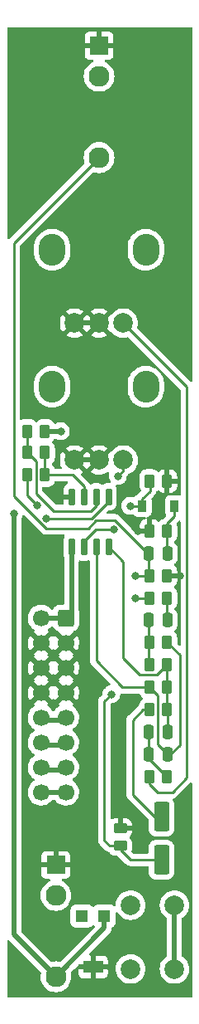
<source format=gbr>
%TF.GenerationSoftware,KiCad,Pcbnew,(6.0.0-0)*%
%TF.CreationDate,2022-12-13T23:32:19-05:00*%
%TF.ProjectId,synth-808,73796e74-682d-4383-9038-2e6b69636164,rev?*%
%TF.SameCoordinates,Original*%
%TF.FileFunction,Copper,L2,Bot*%
%TF.FilePolarity,Positive*%
%FSLAX46Y46*%
G04 Gerber Fmt 4.6, Leading zero omitted, Abs format (unit mm)*
G04 Created by KiCad (PCBNEW (6.0.0-0)) date 2022-12-13 23:32:19*
%MOMM*%
%LPD*%
G01*
G04 APERTURE LIST*
G04 Aperture macros list*
%AMRoundRect*
0 Rectangle with rounded corners*
0 $1 Rounding radius*
0 $2 $3 $4 $5 $6 $7 $8 $9 X,Y pos of 4 corners*
0 Add a 4 corners polygon primitive as box body*
4,1,4,$2,$3,$4,$5,$6,$7,$8,$9,$2,$3,0*
0 Add four circle primitives for the rounded corners*
1,1,$1+$1,$2,$3*
1,1,$1+$1,$4,$5*
1,1,$1+$1,$6,$7*
1,1,$1+$1,$8,$9*
0 Add four rect primitives between the rounded corners*
20,1,$1+$1,$2,$3,$4,$5,0*
20,1,$1+$1,$4,$5,$6,$7,0*
20,1,$1+$1,$6,$7,$8,$9,0*
20,1,$1+$1,$8,$9,$2,$3,0*%
G04 Aperture macros list end*
%TA.AperFunction,SMDPad,CuDef*%
%ADD10R,1.300000X1.300000*%
%TD*%
%TA.AperFunction,SMDPad,CuDef*%
%ADD11R,2.000000X1.300000*%
%TD*%
%TA.AperFunction,ComponentPad*%
%ADD12R,1.930000X1.830000*%
%TD*%
%TA.AperFunction,ComponentPad*%
%ADD13C,2.130000*%
%TD*%
%TA.AperFunction,ComponentPad*%
%ADD14C,2.000000*%
%TD*%
%TA.AperFunction,ComponentPad*%
%ADD15O,2.720000X3.240000*%
%TD*%
%TA.AperFunction,SMDPad,CuDef*%
%ADD16RoundRect,0.250000X0.450000X-0.262500X0.450000X0.262500X-0.450000X0.262500X-0.450000X-0.262500X0*%
%TD*%
%TA.AperFunction,SMDPad,CuDef*%
%ADD17RoundRect,0.250000X-0.550000X1.250000X-0.550000X-1.250000X0.550000X-1.250000X0.550000X1.250000X0*%
%TD*%
%TA.AperFunction,SMDPad,CuDef*%
%ADD18RoundRect,0.250000X0.250000X0.475000X-0.250000X0.475000X-0.250000X-0.475000X0.250000X-0.475000X0*%
%TD*%
%TA.AperFunction,ComponentPad*%
%ADD19RoundRect,0.250000X0.600000X0.600000X-0.600000X0.600000X-0.600000X-0.600000X0.600000X-0.600000X0*%
%TD*%
%TA.AperFunction,ComponentPad*%
%ADD20C,1.700000*%
%TD*%
%TA.AperFunction,SMDPad,CuDef*%
%ADD21RoundRect,0.250000X-0.262500X-0.450000X0.262500X-0.450000X0.262500X0.450000X-0.262500X0.450000X0*%
%TD*%
%TA.AperFunction,SMDPad,CuDef*%
%ADD22RoundRect,0.250000X0.262500X0.450000X-0.262500X0.450000X-0.262500X-0.450000X0.262500X-0.450000X0*%
%TD*%
%TA.AperFunction,SMDPad,CuDef*%
%ADD23RoundRect,0.150000X0.150000X-0.725000X0.150000X0.725000X-0.150000X0.725000X-0.150000X-0.725000X0*%
%TD*%
%TA.AperFunction,SMDPad,CuDef*%
%ADD24RoundRect,0.250000X-0.250000X-0.475000X0.250000X-0.475000X0.250000X0.475000X-0.250000X0.475000X0*%
%TD*%
%TA.AperFunction,SMDPad,CuDef*%
%ADD25R,0.900000X1.200000*%
%TD*%
%TA.AperFunction,ViaPad*%
%ADD26C,0.800000*%
%TD*%
%TA.AperFunction,Conductor*%
%ADD27C,0.500000*%
%TD*%
%TA.AperFunction,Conductor*%
%ADD28C,0.250000*%
%TD*%
G04 APERTURE END LIST*
D10*
%TO.P,RV3,1,1*%
%TO.N,OUT*%
X58554000Y-138624000D03*
D11*
%TO.P,RV3,2,2*%
%TO.N,GND*%
X57404000Y-143824000D03*
D10*
%TO.P,RV3,3,3*%
%TO.N,unconnected-(RV3-Pad3)*%
X56254000Y-138624000D03*
%TD*%
D12*
%TO.P,J2,G*%
%TO.N,GND*%
X53594000Y-133412000D03*
D13*
%TO.P,J2,S*%
%TO.N,unconnected-(J2-PadS)*%
X53594000Y-136512000D03*
%TO.P,J2,T*%
%TO.N,OUT*%
X53594000Y-144812000D03*
%TD*%
D12*
%TO.P,J1,G*%
%TO.N,GND*%
X58017000Y-49838000D03*
D13*
%TO.P,J1,S*%
%TO.N,unconnected-(J1-PadS)*%
X58017000Y-52938000D03*
%TO.P,J1,T*%
%TO.N,TRIGGER*%
X58017000Y-61238000D03*
%TD*%
D14*
%TO.P,SW1,1,1*%
%TO.N,+12V*%
X61250000Y-137518000D03*
X61250000Y-144018000D03*
%TO.P,SW1,2,2*%
%TO.N,TRIGGER*%
X65750000Y-144018000D03*
X65750000Y-137518000D03*
%TD*%
%TO.P,RV2,3,3*%
%TO.N,Net-(R11-Pad2)*%
X60517000Y-92107000D03*
%TO.P,RV2,2,2*%
%TO.N,GND*%
X58017000Y-92107000D03*
%TO.P,RV2,1,1*%
X55517000Y-92107000D03*
D15*
%TO.P,RV2,*%
%TO.N,*%
X62817000Y-84607000D03*
X53217000Y-84607000D03*
%TD*%
D14*
%TO.P,RV1,3,3*%
%TO.N,Net-(R5-Pad1)*%
X60517000Y-78137000D03*
%TO.P,RV1,2,2*%
%TO.N,GND*%
X58017000Y-78137000D03*
%TO.P,RV1,1,1*%
X55517000Y-78137000D03*
D15*
%TO.P,RV1,*%
%TO.N,*%
X62817000Y-70637000D03*
X53217000Y-70637000D03*
%TD*%
D16*
%TO.P,R9,1*%
%TO.N,Net-(C4-Pad2)*%
X60198000Y-131468500D03*
%TO.P,R9,2*%
%TO.N,GND*%
X60198000Y-129643500D03*
%TD*%
D17*
%TO.P,C4,1*%
%TO.N,Net-(C4-Pad1)*%
X64416000Y-128484000D03*
%TO.P,C4,2*%
%TO.N,Net-(C4-Pad2)*%
X64416000Y-132884000D03*
%TD*%
D18*
%TO.P,C3,1*%
%TO.N,Net-(C3-Pad1)*%
X65042000Y-119842000D03*
%TO.P,C3,2*%
%TO.N,Net-(C2-Pad1)*%
X63142000Y-119842000D03*
%TD*%
D19*
%TO.P,U2,1,-12V*%
%TO.N,-12V*%
X54610000Y-108216000D03*
D20*
X52070000Y-108216000D03*
%TO.P,U2,2,GND*%
%TO.N,GND*%
X54610000Y-110756000D03*
X52070000Y-110744000D03*
%TO.P,U2,3,GND*%
X52070000Y-113284000D03*
X54610000Y-113296000D03*
%TO.P,U2,4,GND*%
X54610000Y-115836000D03*
X52070000Y-115824000D03*
%TO.P,U2,5,12V*%
%TO.N,unconnected-(U2-Pad5)*%
X54610000Y-118376000D03*
X52070000Y-118364000D03*
%TO.P,U2,6,5V*%
%TO.N,unconnected-(U2-Pad6)*%
X52070000Y-120904000D03*
X54610000Y-120916000D03*
%TO.P,U2,7,CV*%
%TO.N,+12V*%
X54610000Y-123456000D03*
X52070000Y-123444000D03*
%TO.P,U2,8,GATE*%
%TO.N,unconnected-(U2-Pad8)*%
X52070000Y-125984000D03*
X54610000Y-125996000D03*
%TD*%
D21*
%TO.P,R8,1*%
%TO.N,Net-(C4-Pad1)*%
X63179500Y-117556000D03*
%TO.P,R8,2*%
%TO.N,Net-(C3-Pad1)*%
X65004500Y-117556000D03*
%TD*%
D18*
%TO.P,C1,1*%
%TO.N,Net-(C1-Pad1)*%
X65042000Y-101616000D03*
%TO.P,C1,2*%
%TO.N,TRIGGER*%
X63142000Y-101616000D03*
%TD*%
D22*
%TO.P,R1,1*%
%TO.N,GND*%
X65004500Y-103902000D03*
%TO.P,R1,2*%
%TO.N,TRIGGER*%
X63179500Y-103902000D03*
%TD*%
%TO.P,R11,1*%
%TO.N,Net-(C5-Pad2)*%
X65004500Y-106176000D03*
%TO.P,R11,2*%
%TO.N,Net-(R11-Pad2)*%
X63179500Y-106176000D03*
%TD*%
D21*
%TO.P,R5,1*%
%TO.N,Net-(R5-Pad1)*%
X63179500Y-124414000D03*
%TO.P,R5,2*%
%TO.N,Net-(C2-Pad1)*%
X65004500Y-124414000D03*
%TD*%
D23*
%TO.P,U1,1*%
%TO.N,Net-(C3-Pad1)*%
X58997000Y-100987000D03*
%TO.P,U1,2,-*%
%TO.N,Net-(C2-Pad2)*%
X57727000Y-100987000D03*
%TO.P,U1,3,+*%
%TO.N,Net-(D1-Pad1)*%
X56457000Y-100987000D03*
%TO.P,U1,4,V-*%
%TO.N,-12V*%
X55187000Y-100987000D03*
%TO.P,U1,5,+*%
%TO.N,GND*%
X55187000Y-95837000D03*
%TO.P,U1,6,-*%
%TO.N,Net-(R4-Pad2)*%
X56457000Y-95837000D03*
%TO.P,U1,7*%
%TO.N,Net-(R13-Pad1)*%
X57727000Y-95837000D03*
%TO.P,U1,8,V+*%
%TO.N,+12V*%
X58997000Y-95837000D03*
%TD*%
D22*
%TO.P,R3,1*%
%TO.N,GND*%
X65004500Y-94250000D03*
%TO.P,R3,2*%
%TO.N,Net-(D1-Pad1)*%
X63179500Y-94250000D03*
%TD*%
D21*
%TO.P,R4,1*%
%TO.N,Net-(C4-Pad2)*%
X50649500Y-93628000D03*
%TO.P,R4,2*%
%TO.N,Net-(R4-Pad2)*%
X52474500Y-93628000D03*
%TD*%
D24*
%TO.P,C2,1*%
%TO.N,Net-(C2-Pad1)*%
X63142000Y-122128000D03*
%TO.P,C2,2*%
%TO.N,Net-(C2-Pad2)*%
X65042000Y-122128000D03*
%TD*%
D25*
%TO.P,D1,1,K*%
%TO.N,Net-(D1-Pad1)*%
X62442000Y-96790000D03*
%TO.P,D1,2,A*%
%TO.N,Net-(C1-Pad1)*%
X65742000Y-96790000D03*
%TD*%
D22*
%TO.P,R7,1*%
%TO.N,Net-(R4-Pad2)*%
X52474500Y-91342000D03*
%TO.P,R7,2*%
%TO.N,Net-(R13-Pad1)*%
X50649500Y-91342000D03*
%TD*%
D21*
%TO.P,R2,1*%
%TO.N,GND*%
X63179500Y-99330000D03*
%TO.P,R2,2*%
%TO.N,Net-(C1-Pad1)*%
X65004500Y-99330000D03*
%TD*%
%TO.P,R10,1*%
%TO.N,Net-(C5-Pad1)*%
X63179500Y-110698000D03*
%TO.P,R10,2*%
%TO.N,Net-(C2-Pad2)*%
X65004500Y-110698000D03*
%TD*%
D22*
%TO.P,R12,1*%
%TO.N,Net-(C3-Pad1)*%
X65004500Y-112984000D03*
%TO.P,R12,2*%
%TO.N,Net-(C5-Pad1)*%
X63179500Y-112984000D03*
%TD*%
D24*
%TO.P,C5,1*%
%TO.N,Net-(C5-Pad1)*%
X63142000Y-108412000D03*
%TO.P,C5,2*%
%TO.N,Net-(C5-Pad2)*%
X65042000Y-108412000D03*
%TD*%
D21*
%TO.P,R13,1*%
%TO.N,Net-(R13-Pad1)*%
X50649500Y-89154000D03*
%TO.P,R13,2*%
%TO.N,OUT*%
X52474500Y-89154000D03*
%TD*%
D22*
%TO.P,R6,1*%
%TO.N,Net-(C3-Pad1)*%
X65004500Y-115270000D03*
%TO.P,R6,2*%
%TO.N,Net-(C2-Pad2)*%
X63179500Y-115270000D03*
%TD*%
D26*
%TO.N,OUT*%
X49276000Y-97536000D03*
X54102000Y-89154000D03*
%TO.N,Net-(D1-Pad1)*%
X59558701Y-99191299D03*
X61214000Y-96774000D03*
%TO.N,TRIGGER*%
X61722000Y-103886000D03*
%TO.N,+12V*%
X52578000Y-98044000D03*
%TO.N,GND*%
X60198000Y-128270000D03*
X53870000Y-95840000D03*
X66294000Y-103886000D03*
X61976000Y-99314000D03*
%TO.N,Net-(R11-Pad2)*%
X59944000Y-93726000D03*
X61722000Y-106172000D03*
%TO.N,Net-(C4-Pad2)*%
X59280000Y-115990000D03*
X51680000Y-96760000D03*
%TD*%
D27*
%TO.N,OUT*%
X53594000Y-144812000D02*
X58554000Y-139852000D01*
X58554000Y-139852000D02*
X58554000Y-138624000D01*
D28*
%TO.N,Net-(C1-Pad1)*%
X65004500Y-99330000D02*
X65004500Y-98571500D01*
X65004500Y-99330000D02*
X65004500Y-101578500D01*
X65742000Y-97834000D02*
X65742000Y-96790000D01*
X65004500Y-98571500D02*
X65742000Y-97834000D01*
%TO.N,Net-(C2-Pad1)*%
X63142000Y-122551500D02*
X65004500Y-124414000D01*
X63142000Y-119842000D02*
X63142000Y-122128000D01*
%TO.N,Net-(C2-Pad2)*%
X57727000Y-100987000D02*
X57727000Y-112591000D01*
X57727000Y-112591000D02*
X60406000Y-115270000D01*
X66294000Y-111987500D02*
X66294000Y-121158000D01*
X64008000Y-118252493D02*
X64016520Y-118243973D01*
X64016520Y-118243973D02*
X64016520Y-116107020D01*
X60406000Y-115270000D02*
X63179500Y-115270000D01*
X64008000Y-121094000D02*
X64008000Y-118252493D01*
X65004500Y-110698000D02*
X66294000Y-111987500D01*
X66294000Y-121158000D02*
X65324000Y-122128000D01*
X64016520Y-116107020D02*
X63179500Y-115270000D01*
X65042000Y-122128000D02*
X64008000Y-121094000D01*
%TO.N,Net-(C3-Pad1)*%
X62192520Y-114008520D02*
X63979980Y-114008520D01*
X65004500Y-117556000D02*
X65004500Y-115270000D01*
X58997000Y-100987000D02*
X60452000Y-102442000D01*
X65004500Y-115270000D02*
X65004500Y-112984000D01*
X60452000Y-112268000D02*
X62192520Y-114008520D01*
X63979980Y-114008520D02*
X65004500Y-112984000D01*
X65042000Y-119842000D02*
X65042000Y-117593500D01*
X60452000Y-102442000D02*
X60452000Y-112268000D01*
%TO.N,Net-(C4-Pad1)*%
X63179500Y-117556000D02*
X62530000Y-117556000D01*
X61468000Y-118618000D02*
X61468000Y-126238000D01*
X63714000Y-128484000D02*
X64416000Y-128484000D01*
X61468000Y-126238000D02*
X63714000Y-128484000D01*
X62530000Y-117556000D02*
X61468000Y-118618000D01*
D27*
%TO.N,OUT*%
X53594000Y-144812000D02*
X49276000Y-140494000D01*
X49276000Y-140494000D02*
X49276000Y-97536000D01*
X54102000Y-89154000D02*
X52474500Y-89154000D01*
D28*
%TO.N,Net-(D1-Pad1)*%
X62442000Y-96790000D02*
X61230000Y-96790000D01*
X62442000Y-96790000D02*
X62442000Y-96054000D01*
X57654405Y-99191299D02*
X59558701Y-99191299D01*
X61230000Y-96790000D02*
X61214000Y-96774000D01*
X62442000Y-96054000D02*
X63246000Y-95250000D01*
X56457000Y-100388704D02*
X57654405Y-99191299D01*
X63246000Y-95250000D02*
X63246000Y-94316500D01*
D27*
%TO.N,unconnected-(U2-Pad6)*%
X54236000Y-121170000D02*
X52500000Y-121170000D01*
D28*
%TO.N,TRIGGER*%
X57716489Y-98239511D02*
X56896000Y-99060000D01*
D27*
X65750000Y-144018000D02*
X65750000Y-137518000D01*
D28*
X49276000Y-95766600D02*
X49276000Y-69979000D01*
X63179500Y-103902000D02*
X61738000Y-103902000D01*
X49276000Y-69979000D02*
X58017000Y-61238000D01*
X61738000Y-103902000D02*
X61722000Y-103886000D01*
X62879400Y-101487400D02*
X59631511Y-98239511D01*
X52569400Y-99060000D02*
X49276000Y-95766600D01*
X63142000Y-101616000D02*
X63142000Y-103864500D01*
X56896000Y-99060000D02*
X52569400Y-99060000D01*
X59631511Y-98239511D02*
X57716489Y-98239511D01*
D27*
%TO.N,+12V*%
X54632000Y-123710000D02*
X52104000Y-123710000D01*
D28*
X57276296Y-98044000D02*
X52578000Y-98044000D01*
X58997000Y-96323296D02*
X57276296Y-98044000D01*
%TO.N,Net-(R5-Pad1)*%
X65532000Y-125984000D02*
X67018501Y-124497499D01*
X67018501Y-84638501D02*
X60517000Y-78137000D01*
X63179500Y-125155500D02*
X64008000Y-125984000D01*
X67018501Y-124497499D02*
X67018501Y-84638501D01*
X64008000Y-125984000D02*
X65532000Y-125984000D01*
X63179500Y-124414000D02*
X63179500Y-125155500D01*
D27*
%TO.N,GND*%
X55517000Y-92107000D02*
X58017000Y-92107000D01*
X65004500Y-103902000D02*
X66278000Y-103902000D01*
X63179500Y-99330000D02*
X61992000Y-99330000D01*
X60198000Y-129643500D02*
X60198000Y-128270000D01*
X55517000Y-78137000D02*
X58017000Y-78137000D01*
X61992000Y-99330000D02*
X61976000Y-99314000D01*
D28*
X53873000Y-95837000D02*
X53870000Y-95840000D01*
D27*
X66278000Y-103902000D02*
X66294000Y-103886000D01*
D28*
X55187000Y-95837000D02*
X53873000Y-95837000D01*
%TO.N,Net-(C5-Pad1)*%
X63142000Y-108412000D02*
X63142000Y-112946500D01*
%TO.N,Net-(C5-Pad2)*%
X65004500Y-106176000D02*
X65004500Y-108374500D01*
D27*
%TO.N,-12V*%
X55187000Y-100987000D02*
X55187000Y-107915000D01*
X52070000Y-108216000D02*
X54610000Y-108216000D01*
%TO.N,unconnected-(U2-Pad5)*%
X54632000Y-118630000D02*
X52104000Y-118630000D01*
D28*
%TO.N,Net-(R11-Pad2)*%
X60517000Y-92107000D02*
X60517000Y-93153000D01*
X61722000Y-106172000D02*
X63175500Y-106172000D01*
X60517000Y-93153000D02*
X59944000Y-93726000D01*
%TO.N,Net-(C4-Pad2)*%
X61256000Y-132884000D02*
X60198000Y-131826000D01*
X59128500Y-131468500D02*
X60198000Y-131468500D01*
X58570000Y-116700000D02*
X58570000Y-130910000D01*
X50649500Y-95729500D02*
X51680000Y-96760000D01*
X50649500Y-93628000D02*
X50649500Y-95729500D01*
X59280000Y-115990000D02*
X58570000Y-116700000D01*
X64416000Y-132884000D02*
X61256000Y-132884000D01*
X58570000Y-130910000D02*
X59128500Y-131468500D01*
%TO.N,Net-(R4-Pad2)*%
X52474500Y-93628000D02*
X52474500Y-91342000D01*
X56457000Y-94811000D02*
X55274000Y-93628000D01*
X55274000Y-93628000D02*
X52474500Y-93628000D01*
X56457000Y-95837000D02*
X56457000Y-94811000D01*
%TO.N,Net-(R13-Pad1)*%
X51562000Y-92254500D02*
X51562000Y-95504000D01*
X53340000Y-97282000D02*
X57150000Y-97282000D01*
X57150000Y-97282000D02*
X57727000Y-96705000D01*
X50649500Y-89154000D02*
X50649500Y-91342000D01*
X57727000Y-96705000D02*
X57727000Y-95837000D01*
X50649500Y-91342000D02*
X51562000Y-92254500D01*
X51562000Y-95504000D02*
X53340000Y-97282000D01*
D27*
%TO.N,unconnected-(U2-Pad8)*%
X52070000Y-125984000D02*
X54598000Y-125984000D01*
%TD*%
%TA.AperFunction,Conductor*%
%TO.N,GND*%
G36*
X50323092Y-97719121D02*
G01*
X50356593Y-97743098D01*
X52065748Y-99452253D01*
X52073288Y-99460539D01*
X52077400Y-99467018D01*
X52083177Y-99472443D01*
X52127051Y-99513643D01*
X52129893Y-99516398D01*
X52149630Y-99536135D01*
X52152827Y-99538615D01*
X52161847Y-99546318D01*
X52194079Y-99576586D01*
X52201025Y-99580405D01*
X52201028Y-99580407D01*
X52211834Y-99586348D01*
X52228353Y-99597199D01*
X52244359Y-99609614D01*
X52251628Y-99612759D01*
X52251632Y-99612762D01*
X52284937Y-99627174D01*
X52295587Y-99632391D01*
X52334340Y-99653695D01*
X52342015Y-99655666D01*
X52342016Y-99655666D01*
X52353962Y-99658733D01*
X52372667Y-99665137D01*
X52391255Y-99673181D01*
X52399078Y-99674420D01*
X52399088Y-99674423D01*
X52434924Y-99680099D01*
X52446544Y-99682505D01*
X52481689Y-99691528D01*
X52489370Y-99693500D01*
X52509624Y-99693500D01*
X52529334Y-99695051D01*
X52549343Y-99698220D01*
X52557235Y-99697474D01*
X52593361Y-99694059D01*
X52605219Y-99693500D01*
X54387271Y-99693500D01*
X54455392Y-99713502D01*
X54501885Y-99767158D01*
X54511989Y-99837432D01*
X54495724Y-99883639D01*
X54427855Y-99998399D01*
X54381438Y-100158169D01*
X54380934Y-100164574D01*
X54380933Y-100164579D01*
X54378695Y-100193019D01*
X54378500Y-100195498D01*
X54378500Y-101778502D01*
X54381438Y-101815831D01*
X54383232Y-101822007D01*
X54383233Y-101822011D01*
X54423497Y-101960602D01*
X54428500Y-101995754D01*
X54428500Y-106731500D01*
X54408498Y-106799621D01*
X54354842Y-106846114D01*
X54302500Y-106857500D01*
X53959600Y-106857500D01*
X53956354Y-106857837D01*
X53956350Y-106857837D01*
X53860692Y-106867762D01*
X53860688Y-106867763D01*
X53853834Y-106868474D01*
X53847298Y-106870655D01*
X53847296Y-106870655D01*
X53784631Y-106891562D01*
X53686054Y-106924450D01*
X53535652Y-107017522D01*
X53530479Y-107022704D01*
X53474153Y-107079128D01*
X53410695Y-107142697D01*
X53406855Y-107148927D01*
X53406854Y-107148928D01*
X53361272Y-107222876D01*
X53317885Y-107293262D01*
X53315579Y-107300213D01*
X53313561Y-107304542D01*
X53266644Y-107357828D01*
X53198367Y-107377290D01*
X53130407Y-107356749D01*
X53106172Y-107336094D01*
X53003152Y-107222876D01*
X53003142Y-107222867D01*
X52999670Y-107219051D01*
X52995619Y-107215852D01*
X52995615Y-107215848D01*
X52828414Y-107083800D01*
X52828410Y-107083798D01*
X52824359Y-107080598D01*
X52817447Y-107076782D01*
X52747390Y-107038109D01*
X52628789Y-106972638D01*
X52623920Y-106970914D01*
X52623916Y-106970912D01*
X52423087Y-106899795D01*
X52423083Y-106899794D01*
X52418212Y-106898069D01*
X52413119Y-106897162D01*
X52413116Y-106897161D01*
X52203373Y-106859800D01*
X52203367Y-106859799D01*
X52198284Y-106858894D01*
X52124452Y-106857992D01*
X51980081Y-106856228D01*
X51980079Y-106856228D01*
X51974911Y-106856165D01*
X51754091Y-106889955D01*
X51541756Y-106959357D01*
X51511443Y-106975137D01*
X51382682Y-107042166D01*
X51343607Y-107062507D01*
X51339474Y-107065610D01*
X51339471Y-107065612D01*
X51187420Y-107179775D01*
X51164965Y-107196635D01*
X51138358Y-107224478D01*
X51018046Y-107350377D01*
X51010629Y-107358138D01*
X51007715Y-107362410D01*
X51007714Y-107362411D01*
X50965846Y-107423788D01*
X50884743Y-107542680D01*
X50790688Y-107745305D01*
X50730989Y-107960570D01*
X50707251Y-108182695D01*
X50720110Y-108405715D01*
X50721247Y-108410761D01*
X50721248Y-108410767D01*
X50745304Y-108517508D01*
X50769222Y-108623639D01*
X50853266Y-108830616D01*
X50969987Y-109021088D01*
X51116250Y-109189938D01*
X51288126Y-109332632D01*
X51351095Y-109369428D01*
X51399818Y-109421065D01*
X51412889Y-109490848D01*
X51386158Y-109556620D01*
X51352138Y-109584678D01*
X51352837Y-109585788D01*
X51339734Y-109594039D01*
X51319677Y-109609099D01*
X51311223Y-109620427D01*
X51317968Y-109632758D01*
X52057188Y-110371978D01*
X52071132Y-110379592D01*
X52072965Y-110379461D01*
X52079580Y-110375210D01*
X52823389Y-109631401D01*
X52830410Y-109618544D01*
X52823611Y-109609213D01*
X52819554Y-109606518D01*
X52792085Y-109591354D01*
X52742114Y-109540921D01*
X52727343Y-109471478D01*
X52752460Y-109405073D01*
X52779811Y-109378467D01*
X52810643Y-109356475D01*
X52949860Y-109257173D01*
X53108096Y-109099489D01*
X53108671Y-109100066D01*
X53164391Y-109063562D01*
X53235385Y-109062939D01*
X53295446Y-109100796D01*
X53315051Y-109130691D01*
X53316133Y-109133000D01*
X53318450Y-109139946D01*
X53411522Y-109290348D01*
X53536697Y-109415305D01*
X53542927Y-109419145D01*
X53542928Y-109419146D01*
X53680090Y-109503694D01*
X53687262Y-109508115D01*
X53757939Y-109531557D01*
X53762219Y-109532977D01*
X53820579Y-109573407D01*
X53831299Y-109599211D01*
X53832650Y-109598472D01*
X53857968Y-109644758D01*
X54597188Y-110383978D01*
X54611132Y-110391592D01*
X54612965Y-110391461D01*
X54619580Y-110387210D01*
X55363389Y-109643401D01*
X55386183Y-109601659D01*
X55388357Y-109591666D01*
X55438561Y-109541466D01*
X55459066Y-109532532D01*
X55512767Y-109514616D01*
X55533946Y-109507550D01*
X55684348Y-109414478D01*
X55809305Y-109289303D01*
X55862632Y-109202791D01*
X55898275Y-109144968D01*
X55898276Y-109144966D01*
X55902115Y-109138738D01*
X55933815Y-109043166D01*
X55955632Y-108977389D01*
X55955632Y-108977387D01*
X55957797Y-108970861D01*
X55960893Y-108940650D01*
X55968172Y-108869598D01*
X55968500Y-108866400D01*
X55968500Y-107565600D01*
X55957526Y-107459834D01*
X55951977Y-107443202D01*
X55945500Y-107403325D01*
X55945500Y-102460519D01*
X55965502Y-102392398D01*
X56019158Y-102345905D01*
X56089432Y-102335801D01*
X56106652Y-102339522D01*
X56196989Y-102365767D01*
X56196993Y-102365768D01*
X56203169Y-102367562D01*
X56209574Y-102368066D01*
X56209579Y-102368067D01*
X56238042Y-102370307D01*
X56238050Y-102370307D01*
X56240498Y-102370500D01*
X56673502Y-102370500D01*
X56675950Y-102370307D01*
X56675958Y-102370307D01*
X56704421Y-102368067D01*
X56704426Y-102368066D01*
X56710831Y-102367562D01*
X56810769Y-102338528D01*
X56862988Y-102323357D01*
X56862990Y-102323356D01*
X56870601Y-102321145D01*
X56903363Y-102301769D01*
X56972178Y-102284311D01*
X57039509Y-102306828D01*
X57083978Y-102362173D01*
X57093500Y-102410224D01*
X57093500Y-112512233D01*
X57092973Y-112523416D01*
X57091298Y-112530909D01*
X57091547Y-112538835D01*
X57091547Y-112538836D01*
X57093438Y-112598986D01*
X57093500Y-112602945D01*
X57093500Y-112630856D01*
X57093997Y-112634790D01*
X57093997Y-112634791D01*
X57094005Y-112634856D01*
X57094938Y-112646693D01*
X57096327Y-112690889D01*
X57098595Y-112698694D01*
X57101978Y-112710339D01*
X57105987Y-112729700D01*
X57108526Y-112749797D01*
X57111445Y-112757168D01*
X57111445Y-112757170D01*
X57124804Y-112790912D01*
X57128649Y-112802142D01*
X57140982Y-112844593D01*
X57145015Y-112851412D01*
X57145017Y-112851417D01*
X57151293Y-112862028D01*
X57159988Y-112879776D01*
X57167448Y-112898617D01*
X57172110Y-112905033D01*
X57172110Y-112905034D01*
X57193436Y-112934387D01*
X57199952Y-112944307D01*
X57222458Y-112982362D01*
X57236779Y-112996683D01*
X57249619Y-113011716D01*
X57261528Y-113028107D01*
X57267634Y-113033158D01*
X57295605Y-113056298D01*
X57304384Y-113064288D01*
X59133473Y-114893377D01*
X59167499Y-114955689D01*
X59162434Y-115026504D01*
X59119887Y-115083340D01*
X59070576Y-115105718D01*
X59033463Y-115113607D01*
X59004170Y-115119833D01*
X59004167Y-115119834D01*
X58997712Y-115121206D01*
X58991682Y-115123891D01*
X58991681Y-115123891D01*
X58829278Y-115196197D01*
X58829276Y-115196198D01*
X58823248Y-115198882D01*
X58668747Y-115311134D01*
X58664326Y-115316044D01*
X58664325Y-115316045D01*
X58587044Y-115401875D01*
X58540960Y-115453056D01*
X58445473Y-115618444D01*
X58386458Y-115800072D01*
X58385768Y-115806633D01*
X58385768Y-115806635D01*
X58369093Y-115965292D01*
X58342080Y-116030949D01*
X58332878Y-116041218D01*
X58177742Y-116196353D01*
X58169463Y-116203887D01*
X58162982Y-116208000D01*
X58116357Y-116257651D01*
X58113602Y-116260493D01*
X58093865Y-116280230D01*
X58091385Y-116283427D01*
X58083682Y-116292447D01*
X58053414Y-116324679D01*
X58049595Y-116331625D01*
X58049593Y-116331628D01*
X58043652Y-116342434D01*
X58032801Y-116358953D01*
X58020386Y-116374959D01*
X58017241Y-116382228D01*
X58017238Y-116382232D01*
X58002826Y-116415537D01*
X57997609Y-116426187D01*
X57976305Y-116464940D01*
X57971278Y-116484521D01*
X57971267Y-116484562D01*
X57964863Y-116503266D01*
X57956819Y-116521855D01*
X57955580Y-116529678D01*
X57955577Y-116529688D01*
X57949901Y-116565524D01*
X57947495Y-116577144D01*
X57944897Y-116587264D01*
X57936500Y-116619970D01*
X57936500Y-116640224D01*
X57934949Y-116659934D01*
X57931780Y-116679943D01*
X57932526Y-116687835D01*
X57935941Y-116723961D01*
X57936500Y-116735819D01*
X57936500Y-130831233D01*
X57935973Y-130842416D01*
X57934298Y-130849909D01*
X57934547Y-130857835D01*
X57934547Y-130857836D01*
X57936438Y-130917986D01*
X57936500Y-130921945D01*
X57936500Y-130949856D01*
X57936997Y-130953790D01*
X57936997Y-130953791D01*
X57937005Y-130953856D01*
X57937938Y-130965693D01*
X57939327Y-131009889D01*
X57944978Y-131029339D01*
X57948987Y-131048700D01*
X57951526Y-131068797D01*
X57954445Y-131076168D01*
X57954445Y-131076170D01*
X57967804Y-131109912D01*
X57971649Y-131121142D01*
X57983982Y-131163593D01*
X57988015Y-131170412D01*
X57988017Y-131170417D01*
X57994293Y-131181028D01*
X58002988Y-131198776D01*
X58010448Y-131217617D01*
X58015110Y-131224033D01*
X58015110Y-131224034D01*
X58036436Y-131253387D01*
X58042952Y-131263307D01*
X58065458Y-131301362D01*
X58079779Y-131315683D01*
X58092619Y-131330716D01*
X58104528Y-131347107D01*
X58110634Y-131352158D01*
X58138605Y-131375298D01*
X58147384Y-131383288D01*
X58624843Y-131860747D01*
X58632387Y-131869037D01*
X58636500Y-131875518D01*
X58642277Y-131880943D01*
X58686167Y-131922158D01*
X58689009Y-131924913D01*
X58708730Y-131944634D01*
X58711925Y-131947112D01*
X58720947Y-131954818D01*
X58753179Y-131985086D01*
X58763340Y-131990672D01*
X58770932Y-131994846D01*
X58787456Y-132005699D01*
X58803459Y-132018113D01*
X58844043Y-132035676D01*
X58854673Y-132040883D01*
X58893440Y-132062195D01*
X58901117Y-132064166D01*
X58901122Y-132064168D01*
X58913058Y-132067232D01*
X58931766Y-132073637D01*
X58950355Y-132081681D01*
X58958183Y-132082921D01*
X58958190Y-132082923D01*
X58994024Y-132088599D01*
X59005644Y-132091005D01*
X59043453Y-132100712D01*
X59104460Y-132137026D01*
X59119261Y-132156447D01*
X59149522Y-132205348D01*
X59274697Y-132330305D01*
X59280927Y-132334145D01*
X59280928Y-132334146D01*
X59379082Y-132394649D01*
X59425262Y-132423115D01*
X59492781Y-132445510D01*
X59586611Y-132476632D01*
X59586613Y-132476632D01*
X59593139Y-132478797D01*
X59599975Y-132479497D01*
X59599978Y-132479498D01*
X59643031Y-132483909D01*
X59697600Y-132489500D01*
X59913405Y-132489500D01*
X59981526Y-132509502D01*
X60002501Y-132526405D01*
X60752353Y-133276258D01*
X60759887Y-133284537D01*
X60764000Y-133291018D01*
X60813651Y-133337643D01*
X60816493Y-133340398D01*
X60836230Y-133360135D01*
X60839427Y-133362615D01*
X60848447Y-133370318D01*
X60880679Y-133400586D01*
X60887625Y-133404405D01*
X60887628Y-133404407D01*
X60898434Y-133410348D01*
X60914953Y-133421199D01*
X60930959Y-133433614D01*
X60938228Y-133436759D01*
X60938232Y-133436762D01*
X60971537Y-133451174D01*
X60982187Y-133456391D01*
X61020940Y-133477695D01*
X61028615Y-133479666D01*
X61028616Y-133479666D01*
X61040562Y-133482733D01*
X61059267Y-133489137D01*
X61077855Y-133497181D01*
X61085678Y-133498420D01*
X61085688Y-133498423D01*
X61121524Y-133504099D01*
X61133144Y-133506505D01*
X61168289Y-133515528D01*
X61175970Y-133517500D01*
X61196224Y-133517500D01*
X61215934Y-133519051D01*
X61235943Y-133522220D01*
X61243835Y-133521474D01*
X61279961Y-133518059D01*
X61291819Y-133517500D01*
X62981500Y-133517500D01*
X63049621Y-133537502D01*
X63096114Y-133591158D01*
X63107500Y-133643500D01*
X63107500Y-134184400D01*
X63118474Y-134290166D01*
X63174450Y-134457946D01*
X63267522Y-134608348D01*
X63392697Y-134733305D01*
X63398927Y-134737145D01*
X63398928Y-134737146D01*
X63536090Y-134821694D01*
X63543262Y-134826115D01*
X63623005Y-134852564D01*
X63704611Y-134879632D01*
X63704613Y-134879632D01*
X63711139Y-134881797D01*
X63717975Y-134882497D01*
X63717978Y-134882498D01*
X63761031Y-134886909D01*
X63815600Y-134892500D01*
X65016400Y-134892500D01*
X65019646Y-134892163D01*
X65019650Y-134892163D01*
X65115308Y-134882238D01*
X65115312Y-134882237D01*
X65122166Y-134881526D01*
X65128702Y-134879345D01*
X65128704Y-134879345D01*
X65279290Y-134829105D01*
X65289946Y-134825550D01*
X65440348Y-134732478D01*
X65565305Y-134607303D01*
X65658115Y-134456738D01*
X65713797Y-134288861D01*
X65724500Y-134184400D01*
X65724500Y-131583600D01*
X65713526Y-131477834D01*
X65657550Y-131310054D01*
X65564478Y-131159652D01*
X65439303Y-131034695D01*
X65411403Y-131017497D01*
X65294968Y-130945725D01*
X65294966Y-130945724D01*
X65288738Y-130941885D01*
X65128254Y-130888655D01*
X65127389Y-130888368D01*
X65127387Y-130888368D01*
X65120861Y-130886203D01*
X65114025Y-130885503D01*
X65114022Y-130885502D01*
X65070969Y-130881091D01*
X65016400Y-130875500D01*
X63815600Y-130875500D01*
X63812354Y-130875837D01*
X63812350Y-130875837D01*
X63716692Y-130885762D01*
X63716688Y-130885763D01*
X63709834Y-130886474D01*
X63703298Y-130888655D01*
X63703296Y-130888655D01*
X63603515Y-130921945D01*
X63542054Y-130942450D01*
X63391652Y-131035522D01*
X63266695Y-131160697D01*
X63262855Y-131166927D01*
X63262854Y-131166928D01*
X63184196Y-131294535D01*
X63173885Y-131311262D01*
X63118203Y-131479139D01*
X63107500Y-131583600D01*
X63107500Y-132124500D01*
X63087498Y-132192621D01*
X63033842Y-132239114D01*
X62981500Y-132250500D01*
X61570595Y-132250500D01*
X61502474Y-132230498D01*
X61481499Y-132213595D01*
X61390486Y-132122581D01*
X61356461Y-132060269D01*
X61359989Y-131993819D01*
X61361588Y-131989000D01*
X61395797Y-131885861D01*
X61406500Y-131781400D01*
X61406500Y-131155600D01*
X61397494Y-131068797D01*
X61396238Y-131056692D01*
X61396237Y-131056688D01*
X61395526Y-131049834D01*
X61392201Y-131039866D01*
X61341868Y-130889002D01*
X61339550Y-130882054D01*
X61246478Y-130731652D01*
X61177389Y-130662683D01*
X61159537Y-130644862D01*
X61125458Y-130582579D01*
X61130461Y-130511759D01*
X61159382Y-130466671D01*
X61241739Y-130384171D01*
X61250751Y-130372760D01*
X61335816Y-130234757D01*
X61341963Y-130221576D01*
X61393138Y-130067290D01*
X61396005Y-130053914D01*
X61405672Y-129959562D01*
X61406000Y-129953146D01*
X61406000Y-129915615D01*
X61401525Y-129900376D01*
X61400135Y-129899171D01*
X61392452Y-129897500D01*
X60070000Y-129897500D01*
X60001879Y-129877498D01*
X59955386Y-129823842D01*
X59944000Y-129771500D01*
X59944000Y-129371385D01*
X60452000Y-129371385D01*
X60456475Y-129386624D01*
X60457865Y-129387829D01*
X60465548Y-129389500D01*
X61387884Y-129389500D01*
X61403123Y-129385025D01*
X61404328Y-129383635D01*
X61405999Y-129375952D01*
X61405999Y-129333905D01*
X61405662Y-129327386D01*
X61395743Y-129231794D01*
X61392851Y-129218400D01*
X61341412Y-129064216D01*
X61335239Y-129051038D01*
X61249937Y-128913193D01*
X61240901Y-128901792D01*
X61126171Y-128787261D01*
X61114760Y-128778249D01*
X60976757Y-128693184D01*
X60963576Y-128687037D01*
X60809290Y-128635862D01*
X60795914Y-128632995D01*
X60701562Y-128623328D01*
X60695145Y-128623000D01*
X60470115Y-128623000D01*
X60454876Y-128627475D01*
X60453671Y-128628865D01*
X60452000Y-128636548D01*
X60452000Y-129371385D01*
X59944000Y-129371385D01*
X59944000Y-128641116D01*
X59939525Y-128625877D01*
X59938135Y-128624672D01*
X59930452Y-128623001D01*
X59700905Y-128623001D01*
X59694386Y-128623338D01*
X59598794Y-128633257D01*
X59585400Y-128636149D01*
X59431216Y-128687588D01*
X59418042Y-128693759D01*
X59395804Y-128707521D01*
X59327352Y-128726359D01*
X59259582Y-128705198D01*
X59214011Y-128650758D01*
X59203500Y-128600377D01*
X59203500Y-117024500D01*
X59223502Y-116956379D01*
X59277158Y-116909886D01*
X59329500Y-116898500D01*
X59375487Y-116898500D01*
X59381939Y-116897128D01*
X59381944Y-116897128D01*
X59468888Y-116878647D01*
X59562288Y-116858794D01*
X59568319Y-116856109D01*
X59730722Y-116783803D01*
X59730724Y-116783802D01*
X59736752Y-116781118D01*
X59891253Y-116668866D01*
X59895675Y-116663955D01*
X60014621Y-116531852D01*
X60014622Y-116531851D01*
X60019040Y-116526944D01*
X60114527Y-116361556D01*
X60173542Y-116179928D01*
X60190867Y-116015092D01*
X60217880Y-115949436D01*
X60276102Y-115908806D01*
X60325970Y-115903852D01*
X60325970Y-115903500D01*
X60346224Y-115903500D01*
X60365934Y-115905051D01*
X60385943Y-115908220D01*
X60393835Y-115907474D01*
X60429961Y-115904059D01*
X60441819Y-115903500D01*
X62087803Y-115903500D01*
X62155924Y-115923502D01*
X62202417Y-115977158D01*
X62207326Y-115989623D01*
X62225450Y-116043946D01*
X62318522Y-116194348D01*
X62323704Y-116199521D01*
X62443697Y-116319305D01*
X62442809Y-116320195D01*
X62479568Y-116372039D01*
X62482801Y-116442962D01*
X62447178Y-116504374D01*
X62445786Y-116505583D01*
X62442652Y-116507522D01*
X62317695Y-116632697D01*
X62224885Y-116783262D01*
X62169203Y-116951139D01*
X62168503Y-116957975D01*
X62168502Y-116957978D01*
X62165807Y-116984285D01*
X62138966Y-117050013D01*
X62129558Y-117060538D01*
X62124317Y-117065779D01*
X62109284Y-117078619D01*
X62092893Y-117090528D01*
X62069044Y-117119357D01*
X62064702Y-117124605D01*
X62056712Y-117133384D01*
X61075747Y-118114348D01*
X61067461Y-118121888D01*
X61060982Y-118126000D01*
X61055557Y-118131777D01*
X61014357Y-118175651D01*
X61011602Y-118178493D01*
X60991865Y-118198230D01*
X60989385Y-118201427D01*
X60981682Y-118210447D01*
X60951414Y-118242679D01*
X60947595Y-118249625D01*
X60947593Y-118249628D01*
X60941652Y-118260434D01*
X60930801Y-118276953D01*
X60918386Y-118292959D01*
X60915241Y-118300228D01*
X60915238Y-118300232D01*
X60900826Y-118333537D01*
X60895609Y-118344187D01*
X60874305Y-118382940D01*
X60872334Y-118390615D01*
X60872334Y-118390616D01*
X60869267Y-118402562D01*
X60862863Y-118421266D01*
X60854819Y-118439855D01*
X60853580Y-118447678D01*
X60853577Y-118447688D01*
X60847901Y-118483524D01*
X60845495Y-118495144D01*
X60834500Y-118537970D01*
X60834500Y-118558224D01*
X60832949Y-118577934D01*
X60829780Y-118597943D01*
X60830526Y-118605835D01*
X60833941Y-118641961D01*
X60834500Y-118653819D01*
X60834500Y-126159233D01*
X60833973Y-126170416D01*
X60832298Y-126177909D01*
X60832547Y-126185835D01*
X60832547Y-126185836D01*
X60834438Y-126245986D01*
X60834500Y-126249945D01*
X60834500Y-126277856D01*
X60834997Y-126281790D01*
X60834997Y-126281791D01*
X60835005Y-126281856D01*
X60835938Y-126293693D01*
X60837327Y-126337889D01*
X60842978Y-126357339D01*
X60846987Y-126376700D01*
X60848039Y-126385023D01*
X60849526Y-126396797D01*
X60852445Y-126404168D01*
X60852445Y-126404170D01*
X60865804Y-126437912D01*
X60869649Y-126449142D01*
X60879771Y-126483983D01*
X60881982Y-126491593D01*
X60886015Y-126498412D01*
X60886017Y-126498417D01*
X60892293Y-126509028D01*
X60900988Y-126526776D01*
X60908448Y-126545617D01*
X60913110Y-126552033D01*
X60913110Y-126552034D01*
X60934436Y-126581387D01*
X60940952Y-126591307D01*
X60956443Y-126617500D01*
X60963458Y-126629362D01*
X60977779Y-126643683D01*
X60990619Y-126658716D01*
X61002528Y-126675107D01*
X61030294Y-126698077D01*
X61036605Y-126703298D01*
X61045384Y-126711288D01*
X63070595Y-128736499D01*
X63104621Y-128798811D01*
X63107500Y-128825594D01*
X63107500Y-129784400D01*
X63107837Y-129787646D01*
X63107837Y-129787650D01*
X63117160Y-129877498D01*
X63118474Y-129890166D01*
X63174450Y-130057946D01*
X63267522Y-130208348D01*
X63392697Y-130333305D01*
X63398927Y-130337145D01*
X63398928Y-130337146D01*
X63536090Y-130421694D01*
X63543262Y-130426115D01*
X63607736Y-130447500D01*
X63704611Y-130479632D01*
X63704613Y-130479632D01*
X63711139Y-130481797D01*
X63717975Y-130482497D01*
X63717978Y-130482498D01*
X63761031Y-130486909D01*
X63815600Y-130492500D01*
X65016400Y-130492500D01*
X65019646Y-130492163D01*
X65019650Y-130492163D01*
X65115308Y-130482238D01*
X65115312Y-130482237D01*
X65122166Y-130481526D01*
X65128702Y-130479345D01*
X65128704Y-130479345D01*
X65260806Y-130435272D01*
X65289946Y-130425550D01*
X65440348Y-130332478D01*
X65565305Y-130207303D01*
X65658115Y-130056738D01*
X65709978Y-129900376D01*
X65711632Y-129895389D01*
X65711632Y-129895387D01*
X65713797Y-129888861D01*
X65724500Y-129784400D01*
X65724500Y-127183600D01*
X65721210Y-127151892D01*
X65714238Y-127084692D01*
X65714237Y-127084688D01*
X65713526Y-127077834D01*
X65699961Y-127037173D01*
X65659868Y-126917002D01*
X65657550Y-126910054D01*
X65640890Y-126883131D01*
X65586603Y-126795406D01*
X65567765Y-126726954D01*
X65588926Y-126659185D01*
X65643367Y-126613614D01*
X65677950Y-126604097D01*
X65690797Y-126602474D01*
X65698168Y-126599555D01*
X65698170Y-126599555D01*
X65731912Y-126586196D01*
X65743142Y-126582351D01*
X65777983Y-126572229D01*
X65777984Y-126572229D01*
X65785593Y-126570018D01*
X65792412Y-126565985D01*
X65792417Y-126565983D01*
X65803028Y-126559707D01*
X65820776Y-126551012D01*
X65839617Y-126543552D01*
X65862693Y-126526787D01*
X65875387Y-126517564D01*
X65885307Y-126511048D01*
X65916535Y-126492580D01*
X65916538Y-126492578D01*
X65923362Y-126488542D01*
X65937683Y-126474221D01*
X65952717Y-126461380D01*
X65962694Y-126454131D01*
X65969107Y-126449472D01*
X65997298Y-126415395D01*
X66005288Y-126406616D01*
X67368905Y-125043000D01*
X67431217Y-125008974D01*
X67502033Y-125014039D01*
X67558868Y-125056586D01*
X67583679Y-125123106D01*
X67584000Y-125132095D01*
X67584000Y-146778000D01*
X67563998Y-146846121D01*
X67510342Y-146892614D01*
X67458000Y-146904000D01*
X48726000Y-146904000D01*
X48657879Y-146883998D01*
X48611386Y-146830342D01*
X48600000Y-146778000D01*
X48600000Y-141194871D01*
X48620002Y-141126750D01*
X48673658Y-141080257D01*
X48743932Y-141070153D01*
X48808512Y-141099647D01*
X48815095Y-141105776D01*
X52031506Y-144322187D01*
X52065532Y-144384499D01*
X52064930Y-144440696D01*
X52036221Y-144560276D01*
X52036220Y-144560282D01*
X52035066Y-144565089D01*
X52015634Y-144812000D01*
X52035066Y-145058911D01*
X52036220Y-145063718D01*
X52036221Y-145063724D01*
X52042042Y-145087969D01*
X52092885Y-145299742D01*
X52094778Y-145304313D01*
X52094779Y-145304315D01*
X52181188Y-145512923D01*
X52187666Y-145528563D01*
X52317075Y-145739740D01*
X52477927Y-145928073D01*
X52666260Y-146088925D01*
X52877437Y-146218334D01*
X52882007Y-146220227D01*
X52882011Y-146220229D01*
X53101685Y-146311221D01*
X53106258Y-146313115D01*
X53191170Y-146333501D01*
X53342276Y-146369779D01*
X53342282Y-146369780D01*
X53347089Y-146370934D01*
X53594000Y-146390366D01*
X53840911Y-146370934D01*
X53845718Y-146369780D01*
X53845724Y-146369779D01*
X53996830Y-146333501D01*
X54081742Y-146313115D01*
X54086315Y-146311221D01*
X54305989Y-146220229D01*
X54305993Y-146220227D01*
X54310563Y-146218334D01*
X54521740Y-146088925D01*
X54710073Y-145928073D01*
X54870925Y-145739740D01*
X55000334Y-145528563D01*
X55006813Y-145512923D01*
X55093221Y-145304315D01*
X55093222Y-145304313D01*
X55095115Y-145299742D01*
X55145958Y-145087969D01*
X55151779Y-145063724D01*
X55151780Y-145063718D01*
X55152934Y-145058911D01*
X55172366Y-144812000D01*
X55152934Y-144565089D01*
X55151780Y-144560282D01*
X55151779Y-144560276D01*
X55141790Y-144518669D01*
X55896001Y-144518669D01*
X55896371Y-144525490D01*
X55901895Y-144576352D01*
X55905521Y-144591604D01*
X55950676Y-144712054D01*
X55959214Y-144727649D01*
X56035715Y-144829724D01*
X56048276Y-144842285D01*
X56150351Y-144918786D01*
X56165946Y-144927324D01*
X56286394Y-144972478D01*
X56301649Y-144976105D01*
X56352514Y-144981631D01*
X56359328Y-144982000D01*
X57131885Y-144982000D01*
X57147124Y-144977525D01*
X57148329Y-144976135D01*
X57150000Y-144968452D01*
X57150000Y-144963884D01*
X57658000Y-144963884D01*
X57662475Y-144979123D01*
X57663865Y-144980328D01*
X57671548Y-144981999D01*
X58448669Y-144981999D01*
X58455490Y-144981629D01*
X58506352Y-144976105D01*
X58521604Y-144972479D01*
X58642054Y-144927324D01*
X58657649Y-144918786D01*
X58759724Y-144842285D01*
X58772285Y-144829724D01*
X58848786Y-144727649D01*
X58857324Y-144712054D01*
X58902478Y-144591606D01*
X58906105Y-144576351D01*
X58911631Y-144525486D01*
X58912000Y-144518672D01*
X58912000Y-144096115D01*
X58907525Y-144080876D01*
X58906135Y-144079671D01*
X58898452Y-144078000D01*
X57676115Y-144078000D01*
X57660876Y-144082475D01*
X57659671Y-144083865D01*
X57658000Y-144091548D01*
X57658000Y-144963884D01*
X57150000Y-144963884D01*
X57150000Y-144096115D01*
X57145525Y-144080876D01*
X57144135Y-144079671D01*
X57136452Y-144078000D01*
X55914116Y-144078000D01*
X55898877Y-144082475D01*
X55897672Y-144083865D01*
X55896001Y-144091548D01*
X55896001Y-144518669D01*
X55141790Y-144518669D01*
X55123070Y-144440696D01*
X55126617Y-144369788D01*
X55156494Y-144322187D01*
X55460681Y-144018000D01*
X59736835Y-144018000D01*
X59755465Y-144254711D01*
X59756619Y-144259518D01*
X59756620Y-144259524D01*
X59783092Y-144369788D01*
X59810895Y-144485594D01*
X59812788Y-144490165D01*
X59812789Y-144490167D01*
X59848488Y-144576351D01*
X59901760Y-144704963D01*
X59904346Y-144709183D01*
X60023241Y-144903202D01*
X60023245Y-144903208D01*
X60025824Y-144907416D01*
X60180031Y-145087969D01*
X60360584Y-145242176D01*
X60364792Y-145244755D01*
X60364798Y-145244759D01*
X60461985Y-145304315D01*
X60563037Y-145366240D01*
X60567607Y-145368133D01*
X60567611Y-145368135D01*
X60777833Y-145455211D01*
X60782406Y-145457105D01*
X60862609Y-145476360D01*
X61008476Y-145511380D01*
X61008482Y-145511381D01*
X61013289Y-145512535D01*
X61250000Y-145531165D01*
X61486711Y-145512535D01*
X61491518Y-145511381D01*
X61491524Y-145511380D01*
X61637391Y-145476360D01*
X61717594Y-145457105D01*
X61722167Y-145455211D01*
X61932389Y-145368135D01*
X61932393Y-145368133D01*
X61936963Y-145366240D01*
X62038015Y-145304315D01*
X62135202Y-145244759D01*
X62135208Y-145244755D01*
X62139416Y-145242176D01*
X62319969Y-145087969D01*
X62474176Y-144907416D01*
X62476755Y-144903208D01*
X62476759Y-144903202D01*
X62595654Y-144709183D01*
X62598240Y-144704963D01*
X62651513Y-144576351D01*
X62687211Y-144490167D01*
X62687212Y-144490165D01*
X62689105Y-144485594D01*
X62716908Y-144369788D01*
X62743380Y-144259524D01*
X62743381Y-144259518D01*
X62744535Y-144254711D01*
X62763165Y-144018000D01*
X64236835Y-144018000D01*
X64255465Y-144254711D01*
X64256619Y-144259518D01*
X64256620Y-144259524D01*
X64283092Y-144369788D01*
X64310895Y-144485594D01*
X64312788Y-144490165D01*
X64312789Y-144490167D01*
X64348488Y-144576351D01*
X64401760Y-144704963D01*
X64404346Y-144709183D01*
X64523241Y-144903202D01*
X64523245Y-144903208D01*
X64525824Y-144907416D01*
X64680031Y-145087969D01*
X64860584Y-145242176D01*
X64864792Y-145244755D01*
X64864798Y-145244759D01*
X64961985Y-145304315D01*
X65063037Y-145366240D01*
X65067607Y-145368133D01*
X65067611Y-145368135D01*
X65277833Y-145455211D01*
X65282406Y-145457105D01*
X65362609Y-145476360D01*
X65508476Y-145511380D01*
X65508482Y-145511381D01*
X65513289Y-145512535D01*
X65750000Y-145531165D01*
X65986711Y-145512535D01*
X65991518Y-145511381D01*
X65991524Y-145511380D01*
X66137391Y-145476360D01*
X66217594Y-145457105D01*
X66222167Y-145455211D01*
X66432389Y-145368135D01*
X66432393Y-145368133D01*
X66436963Y-145366240D01*
X66538015Y-145304315D01*
X66635202Y-145244759D01*
X66635208Y-145244755D01*
X66639416Y-145242176D01*
X66819969Y-145087969D01*
X66974176Y-144907416D01*
X66976755Y-144903208D01*
X66976759Y-144903202D01*
X67095654Y-144709183D01*
X67098240Y-144704963D01*
X67151513Y-144576351D01*
X67187211Y-144490167D01*
X67187212Y-144490165D01*
X67189105Y-144485594D01*
X67216908Y-144369788D01*
X67243380Y-144259524D01*
X67243381Y-144259518D01*
X67244535Y-144254711D01*
X67263165Y-144018000D01*
X67244535Y-143781289D01*
X67189105Y-143550406D01*
X67098240Y-143331037D01*
X67050459Y-143253066D01*
X66976759Y-143132798D01*
X66976755Y-143132792D01*
X66974176Y-143128584D01*
X66819969Y-142948031D01*
X66639416Y-142793824D01*
X66568664Y-142750467D01*
X66521033Y-142697819D01*
X66508500Y-142643035D01*
X66508500Y-138892965D01*
X66528502Y-138824844D01*
X66568664Y-138785533D01*
X66639416Y-138742176D01*
X66819969Y-138587969D01*
X66974176Y-138407416D01*
X66976755Y-138403208D01*
X66976759Y-138403202D01*
X67095654Y-138209183D01*
X67098240Y-138204963D01*
X67145708Y-138090366D01*
X67187211Y-137990167D01*
X67187212Y-137990165D01*
X67189105Y-137985594D01*
X67244535Y-137754711D01*
X67263165Y-137518000D01*
X67244535Y-137281289D01*
X67189105Y-137050406D01*
X67170014Y-137004315D01*
X67100135Y-136835611D01*
X67100133Y-136835607D01*
X67098240Y-136831037D01*
X67095654Y-136826817D01*
X66976759Y-136632798D01*
X66976755Y-136632792D01*
X66974176Y-136628584D01*
X66819969Y-136448031D01*
X66639416Y-136293824D01*
X66635208Y-136291245D01*
X66635202Y-136291241D01*
X66441183Y-136172346D01*
X66436963Y-136169760D01*
X66432393Y-136167867D01*
X66432389Y-136167865D01*
X66222167Y-136080789D01*
X66222165Y-136080788D01*
X66217594Y-136078895D01*
X66137391Y-136059640D01*
X65991524Y-136024620D01*
X65991518Y-136024619D01*
X65986711Y-136023465D01*
X65750000Y-136004835D01*
X65513289Y-136023465D01*
X65508482Y-136024619D01*
X65508476Y-136024620D01*
X65362609Y-136059640D01*
X65282406Y-136078895D01*
X65277835Y-136080788D01*
X65277833Y-136080789D01*
X65067611Y-136167865D01*
X65067607Y-136167867D01*
X65063037Y-136169760D01*
X65058817Y-136172346D01*
X64864798Y-136291241D01*
X64864792Y-136291245D01*
X64860584Y-136293824D01*
X64680031Y-136448031D01*
X64525824Y-136628584D01*
X64523245Y-136632792D01*
X64523241Y-136632798D01*
X64404346Y-136826817D01*
X64401760Y-136831037D01*
X64399867Y-136835607D01*
X64399865Y-136835611D01*
X64329986Y-137004315D01*
X64310895Y-137050406D01*
X64255465Y-137281289D01*
X64236835Y-137518000D01*
X64255465Y-137754711D01*
X64310895Y-137985594D01*
X64312788Y-137990165D01*
X64312789Y-137990167D01*
X64354293Y-138090366D01*
X64401760Y-138204963D01*
X64404346Y-138209183D01*
X64523241Y-138403202D01*
X64523245Y-138403208D01*
X64525824Y-138407416D01*
X64680031Y-138587969D01*
X64860584Y-138742176D01*
X64931336Y-138785533D01*
X64978967Y-138838181D01*
X64991500Y-138892965D01*
X64991500Y-142643035D01*
X64971498Y-142711156D01*
X64931337Y-142750466D01*
X64860584Y-142793824D01*
X64680031Y-142948031D01*
X64525824Y-143128584D01*
X64523245Y-143132792D01*
X64523241Y-143132798D01*
X64449541Y-143253066D01*
X64401760Y-143331037D01*
X64310895Y-143550406D01*
X64255465Y-143781289D01*
X64236835Y-144018000D01*
X62763165Y-144018000D01*
X62744535Y-143781289D01*
X62689105Y-143550406D01*
X62598240Y-143331037D01*
X62550459Y-143253066D01*
X62476759Y-143132798D01*
X62476755Y-143132792D01*
X62474176Y-143128584D01*
X62319969Y-142948031D01*
X62139416Y-142793824D01*
X62135208Y-142791245D01*
X62135202Y-142791241D01*
X61941183Y-142672346D01*
X61936963Y-142669760D01*
X61932393Y-142667867D01*
X61932389Y-142667865D01*
X61722167Y-142580789D01*
X61722165Y-142580788D01*
X61717594Y-142578895D01*
X61637391Y-142559640D01*
X61491524Y-142524620D01*
X61491518Y-142524619D01*
X61486711Y-142523465D01*
X61250000Y-142504835D01*
X61013289Y-142523465D01*
X61008482Y-142524619D01*
X61008476Y-142524620D01*
X60862609Y-142559640D01*
X60782406Y-142578895D01*
X60777835Y-142580788D01*
X60777833Y-142580789D01*
X60567611Y-142667865D01*
X60567607Y-142667867D01*
X60563037Y-142669760D01*
X60558817Y-142672346D01*
X60364798Y-142791241D01*
X60364792Y-142791245D01*
X60360584Y-142793824D01*
X60180031Y-142948031D01*
X60025824Y-143128584D01*
X60023245Y-143132792D01*
X60023241Y-143132798D01*
X59949541Y-143253066D01*
X59901760Y-143331037D01*
X59810895Y-143550406D01*
X59755465Y-143781289D01*
X59736835Y-144018000D01*
X55460681Y-144018000D01*
X55871776Y-143606905D01*
X55934088Y-143572879D01*
X55960871Y-143570000D01*
X57131885Y-143570000D01*
X57147124Y-143565525D01*
X57148329Y-143564135D01*
X57150000Y-143556452D01*
X57150000Y-143551885D01*
X57658000Y-143551885D01*
X57662475Y-143567124D01*
X57663865Y-143568329D01*
X57671548Y-143570000D01*
X58893884Y-143570000D01*
X58909123Y-143565525D01*
X58910328Y-143564135D01*
X58911999Y-143556452D01*
X58911999Y-143129331D01*
X58911629Y-143122510D01*
X58906105Y-143071648D01*
X58902479Y-143056396D01*
X58857324Y-142935946D01*
X58848786Y-142920351D01*
X58772285Y-142818276D01*
X58759724Y-142805715D01*
X58657649Y-142729214D01*
X58642054Y-142720676D01*
X58521606Y-142675522D01*
X58506351Y-142671895D01*
X58455486Y-142666369D01*
X58448672Y-142666000D01*
X57676115Y-142666000D01*
X57660876Y-142670475D01*
X57659671Y-142671865D01*
X57658000Y-142679548D01*
X57658000Y-143551885D01*
X57150000Y-143551885D01*
X57150000Y-142684116D01*
X57145525Y-142668877D01*
X57144135Y-142667672D01*
X57136452Y-142666001D01*
X57116870Y-142666001D01*
X57048749Y-142645999D01*
X57002256Y-142592343D01*
X56992152Y-142522069D01*
X57021646Y-142457489D01*
X57027775Y-142450906D01*
X59042911Y-140435770D01*
X59057323Y-140423384D01*
X59068918Y-140414851D01*
X59068923Y-140414846D01*
X59074818Y-140410508D01*
X59079557Y-140404930D01*
X59079560Y-140404927D01*
X59109035Y-140370232D01*
X59115965Y-140362716D01*
X59121660Y-140357021D01*
X59139281Y-140334749D01*
X59142072Y-140331345D01*
X59184591Y-140281297D01*
X59184592Y-140281295D01*
X59189333Y-140275715D01*
X59192661Y-140269199D01*
X59196028Y-140264150D01*
X59199195Y-140259021D01*
X59203734Y-140253284D01*
X59234655Y-140187125D01*
X59236561Y-140183225D01*
X59251274Y-140154412D01*
X59269769Y-140118192D01*
X59271508Y-140111084D01*
X59273607Y-140105441D01*
X59275524Y-140099678D01*
X59278622Y-140093050D01*
X59293487Y-140021583D01*
X59294457Y-140017299D01*
X59310473Y-139951845D01*
X59311808Y-139946390D01*
X59312500Y-139935236D01*
X59312536Y-139935238D01*
X59312775Y-139931245D01*
X59313149Y-139927053D01*
X59314640Y-139919885D01*
X59313207Y-139866913D01*
X59331360Y-139798277D01*
X59383738Y-139750350D01*
X59394931Y-139745524D01*
X59442297Y-139727767D01*
X59450705Y-139724615D01*
X59567261Y-139637261D01*
X59654615Y-139520705D01*
X59705745Y-139384316D01*
X59712500Y-139322134D01*
X59712500Y-138342881D01*
X59732502Y-138274760D01*
X59786158Y-138228267D01*
X59856432Y-138218163D01*
X59921012Y-138247657D01*
X59945932Y-138277045D01*
X60025824Y-138407416D01*
X60180031Y-138587969D01*
X60360584Y-138742176D01*
X60364792Y-138744755D01*
X60364798Y-138744759D01*
X60491500Y-138822402D01*
X60563037Y-138866240D01*
X60567607Y-138868133D01*
X60567611Y-138868135D01*
X60777833Y-138955211D01*
X60782406Y-138957105D01*
X60862609Y-138976360D01*
X61008476Y-139011380D01*
X61008482Y-139011381D01*
X61013289Y-139012535D01*
X61250000Y-139031165D01*
X61486711Y-139012535D01*
X61491518Y-139011381D01*
X61491524Y-139011380D01*
X61637391Y-138976360D01*
X61717594Y-138957105D01*
X61722167Y-138955211D01*
X61932389Y-138868135D01*
X61932393Y-138868133D01*
X61936963Y-138866240D01*
X62008500Y-138822402D01*
X62135202Y-138744759D01*
X62135208Y-138744755D01*
X62139416Y-138742176D01*
X62319969Y-138587969D01*
X62474176Y-138407416D01*
X62476755Y-138403208D01*
X62476759Y-138403202D01*
X62595654Y-138209183D01*
X62598240Y-138204963D01*
X62645708Y-138090366D01*
X62687211Y-137990167D01*
X62687212Y-137990165D01*
X62689105Y-137985594D01*
X62744535Y-137754711D01*
X62763165Y-137518000D01*
X62744535Y-137281289D01*
X62689105Y-137050406D01*
X62670014Y-137004315D01*
X62600135Y-136835611D01*
X62600133Y-136835607D01*
X62598240Y-136831037D01*
X62595654Y-136826817D01*
X62476759Y-136632798D01*
X62476755Y-136632792D01*
X62474176Y-136628584D01*
X62319969Y-136448031D01*
X62139416Y-136293824D01*
X62135208Y-136291245D01*
X62135202Y-136291241D01*
X61941183Y-136172346D01*
X61936963Y-136169760D01*
X61932393Y-136167867D01*
X61932389Y-136167865D01*
X61722167Y-136080789D01*
X61722165Y-136080788D01*
X61717594Y-136078895D01*
X61637391Y-136059640D01*
X61491524Y-136024620D01*
X61491518Y-136024619D01*
X61486711Y-136023465D01*
X61250000Y-136004835D01*
X61013289Y-136023465D01*
X61008482Y-136024619D01*
X61008476Y-136024620D01*
X60862609Y-136059640D01*
X60782406Y-136078895D01*
X60777835Y-136080788D01*
X60777833Y-136080789D01*
X60567611Y-136167865D01*
X60567607Y-136167867D01*
X60563037Y-136169760D01*
X60558817Y-136172346D01*
X60364798Y-136291241D01*
X60364792Y-136291245D01*
X60360584Y-136293824D01*
X60180031Y-136448031D01*
X60025824Y-136628584D01*
X60023245Y-136632792D01*
X60023241Y-136632798D01*
X59904346Y-136826817D01*
X59901760Y-136831037D01*
X59899867Y-136835607D01*
X59899865Y-136835611D01*
X59829986Y-137004315D01*
X59810895Y-137050406D01*
X59755465Y-137281289D01*
X59740436Y-137472255D01*
X59738462Y-137497333D01*
X59713177Y-137563674D01*
X59656038Y-137605814D01*
X59585188Y-137610373D01*
X59537285Y-137588273D01*
X59457892Y-137528771D01*
X59457890Y-137528770D01*
X59450705Y-137523385D01*
X59314316Y-137472255D01*
X59252134Y-137465500D01*
X57855866Y-137465500D01*
X57793684Y-137472255D01*
X57657295Y-137523385D01*
X57540739Y-137610739D01*
X57504824Y-137658660D01*
X57447967Y-137701173D01*
X57377149Y-137706199D01*
X57314855Y-137672139D01*
X57303183Y-137658670D01*
X57267261Y-137610739D01*
X57150705Y-137523385D01*
X57014316Y-137472255D01*
X56952134Y-137465500D01*
X55555866Y-137465500D01*
X55493684Y-137472255D01*
X55357295Y-137523385D01*
X55240739Y-137610739D01*
X55153385Y-137727295D01*
X55102255Y-137863684D01*
X55095500Y-137925866D01*
X55095500Y-139322134D01*
X55102255Y-139384316D01*
X55153385Y-139520705D01*
X55240739Y-139637261D01*
X55357295Y-139724615D01*
X55493684Y-139775745D01*
X55555866Y-139782500D01*
X56952134Y-139782500D01*
X57014316Y-139775745D01*
X57150705Y-139724615D01*
X57267261Y-139637261D01*
X57303176Y-139589340D01*
X57360033Y-139546827D01*
X57430851Y-139541801D01*
X57493145Y-139575861D01*
X57504817Y-139589330D01*
X57540739Y-139637261D01*
X57540740Y-139637261D01*
X57538043Y-139639283D01*
X57564229Y-139687238D01*
X57559164Y-139758053D01*
X57530203Y-139803116D01*
X54083813Y-143249506D01*
X54021501Y-143283532D01*
X53965304Y-143282930D01*
X53845724Y-143254221D01*
X53845718Y-143254220D01*
X53840911Y-143253066D01*
X53594000Y-143233634D01*
X53347089Y-143253066D01*
X53342282Y-143254220D01*
X53342276Y-143254221D01*
X53222696Y-143282930D01*
X53151788Y-143279383D01*
X53104187Y-143249506D01*
X50071405Y-140216724D01*
X50037379Y-140154412D01*
X50034500Y-140127629D01*
X50034500Y-136512000D01*
X52015634Y-136512000D01*
X52035066Y-136758911D01*
X52036220Y-136763718D01*
X52036221Y-136763724D01*
X52051369Y-136826817D01*
X52092885Y-136999742D01*
X52094778Y-137004313D01*
X52094779Y-137004315D01*
X52111977Y-137045833D01*
X52187666Y-137228563D01*
X52317075Y-137439740D01*
X52477927Y-137628073D01*
X52666260Y-137788925D01*
X52877437Y-137918334D01*
X52882007Y-137920227D01*
X52882011Y-137920229D01*
X53101685Y-138011221D01*
X53106258Y-138013115D01*
X53191170Y-138033501D01*
X53342276Y-138069779D01*
X53342282Y-138069780D01*
X53347089Y-138070934D01*
X53594000Y-138090366D01*
X53840911Y-138070934D01*
X53845718Y-138069780D01*
X53845724Y-138069779D01*
X53996830Y-138033501D01*
X54081742Y-138013115D01*
X54086315Y-138011221D01*
X54305989Y-137920229D01*
X54305993Y-137920227D01*
X54310563Y-137918334D01*
X54521740Y-137788925D01*
X54710073Y-137628073D01*
X54870925Y-137439740D01*
X55000334Y-137228563D01*
X55076024Y-137045833D01*
X55093221Y-137004315D01*
X55093222Y-137004313D01*
X55095115Y-136999742D01*
X55136631Y-136826817D01*
X55151779Y-136763724D01*
X55151780Y-136763718D01*
X55152934Y-136758911D01*
X55172366Y-136512000D01*
X55152934Y-136265089D01*
X55151780Y-136260282D01*
X55151779Y-136260276D01*
X55096270Y-136029070D01*
X55095115Y-136024258D01*
X55093221Y-136019685D01*
X55002229Y-135800011D01*
X55002227Y-135800007D01*
X55000334Y-135795437D01*
X54870925Y-135584260D01*
X54710073Y-135395927D01*
X54521740Y-135235075D01*
X54310563Y-135105666D01*
X54242342Y-135077408D01*
X54187062Y-135032859D01*
X54164641Y-134965496D01*
X54182199Y-134896705D01*
X54234162Y-134848326D01*
X54290561Y-134834999D01*
X54603669Y-134834999D01*
X54610490Y-134834629D01*
X54661352Y-134829105D01*
X54676604Y-134825479D01*
X54797054Y-134780324D01*
X54812649Y-134771786D01*
X54914724Y-134695285D01*
X54927285Y-134682724D01*
X55003786Y-134580649D01*
X55012324Y-134565054D01*
X55057478Y-134444606D01*
X55061105Y-134429351D01*
X55066631Y-134378486D01*
X55067000Y-134371672D01*
X55067000Y-133684115D01*
X55062525Y-133668876D01*
X55061135Y-133667671D01*
X55053452Y-133666000D01*
X52139116Y-133666000D01*
X52123877Y-133670475D01*
X52122672Y-133671865D01*
X52121001Y-133679548D01*
X52121001Y-134371669D01*
X52121371Y-134378490D01*
X52126895Y-134429352D01*
X52130521Y-134444604D01*
X52175676Y-134565054D01*
X52184214Y-134580649D01*
X52260715Y-134682724D01*
X52273276Y-134695285D01*
X52375351Y-134771786D01*
X52390946Y-134780324D01*
X52511394Y-134825478D01*
X52526649Y-134829105D01*
X52577514Y-134834631D01*
X52584328Y-134835000D01*
X52897438Y-134835000D01*
X52965559Y-134855002D01*
X53012052Y-134908658D01*
X53022156Y-134978932D01*
X52992662Y-135043512D01*
X52945657Y-135077408D01*
X52917360Y-135089129D01*
X52882011Y-135103771D01*
X52882007Y-135103773D01*
X52877437Y-135105666D01*
X52666260Y-135235075D01*
X52477927Y-135395927D01*
X52317075Y-135584260D01*
X52187666Y-135795437D01*
X52185773Y-135800007D01*
X52185771Y-135800011D01*
X52094779Y-136019685D01*
X52092885Y-136024258D01*
X52091730Y-136029070D01*
X52036221Y-136260276D01*
X52036220Y-136260282D01*
X52035066Y-136265089D01*
X52015634Y-136512000D01*
X50034500Y-136512000D01*
X50034500Y-133139885D01*
X52121000Y-133139885D01*
X52125475Y-133155124D01*
X52126865Y-133156329D01*
X52134548Y-133158000D01*
X53321885Y-133158000D01*
X53337124Y-133153525D01*
X53338329Y-133152135D01*
X53340000Y-133144452D01*
X53340000Y-133139885D01*
X53848000Y-133139885D01*
X53852475Y-133155124D01*
X53853865Y-133156329D01*
X53861548Y-133158000D01*
X55048884Y-133158000D01*
X55064123Y-133153525D01*
X55065328Y-133152135D01*
X55066999Y-133144452D01*
X55066999Y-132452331D01*
X55066629Y-132445510D01*
X55061105Y-132394648D01*
X55057479Y-132379396D01*
X55012324Y-132258946D01*
X55003786Y-132243351D01*
X54927285Y-132141276D01*
X54914724Y-132128715D01*
X54812649Y-132052214D01*
X54797054Y-132043676D01*
X54676606Y-131998522D01*
X54661351Y-131994895D01*
X54610486Y-131989369D01*
X54603672Y-131989000D01*
X53866115Y-131989000D01*
X53850876Y-131993475D01*
X53849671Y-131994865D01*
X53848000Y-132002548D01*
X53848000Y-133139885D01*
X53340000Y-133139885D01*
X53340000Y-132007116D01*
X53335525Y-131991877D01*
X53334135Y-131990672D01*
X53326452Y-131989001D01*
X52584331Y-131989001D01*
X52577510Y-131989371D01*
X52526648Y-131994895D01*
X52511396Y-131998521D01*
X52390946Y-132043676D01*
X52375351Y-132052214D01*
X52273276Y-132128715D01*
X52260715Y-132141276D01*
X52184214Y-132243351D01*
X52175676Y-132258946D01*
X52130522Y-132379394D01*
X52126895Y-132394649D01*
X52121369Y-132445514D01*
X52121000Y-132452328D01*
X52121000Y-133139885D01*
X50034500Y-133139885D01*
X50034500Y-125950695D01*
X50707251Y-125950695D01*
X50707548Y-125955848D01*
X50707548Y-125955851D01*
X50713703Y-126062590D01*
X50720110Y-126173715D01*
X50721247Y-126178761D01*
X50721248Y-126178767D01*
X50743824Y-126278939D01*
X50769222Y-126391639D01*
X50828752Y-126538246D01*
X50846662Y-126582351D01*
X50853266Y-126598616D01*
X50880883Y-126643683D01*
X50951949Y-126759652D01*
X50969987Y-126789088D01*
X51116250Y-126957938D01*
X51288126Y-127100632D01*
X51481000Y-127213338D01*
X51689692Y-127293030D01*
X51694760Y-127294061D01*
X51694763Y-127294062D01*
X51802017Y-127315883D01*
X51908597Y-127337567D01*
X51913772Y-127337757D01*
X51913774Y-127337757D01*
X52126673Y-127345564D01*
X52126677Y-127345564D01*
X52131837Y-127345753D01*
X52136957Y-127345097D01*
X52136959Y-127345097D01*
X52348288Y-127318025D01*
X52348289Y-127318025D01*
X52353416Y-127317368D01*
X52391101Y-127306062D01*
X52562429Y-127254661D01*
X52562434Y-127254659D01*
X52567384Y-127253174D01*
X52767994Y-127154896D01*
X52949860Y-127025173D01*
X52961145Y-127013928D01*
X53096054Y-126879489D01*
X53108096Y-126867489D01*
X53159893Y-126795406D01*
X53160203Y-126794974D01*
X53216198Y-126751326D01*
X53262526Y-126742500D01*
X53403709Y-126742500D01*
X53471830Y-126762502D01*
X53505387Y-126794085D01*
X53507283Y-126796676D01*
X53509987Y-126801088D01*
X53656250Y-126969938D01*
X53828126Y-127112632D01*
X54021000Y-127225338D01*
X54229692Y-127305030D01*
X54234760Y-127306061D01*
X54234763Y-127306062D01*
X54342017Y-127327883D01*
X54448597Y-127349567D01*
X54453772Y-127349757D01*
X54453774Y-127349757D01*
X54666673Y-127357564D01*
X54666677Y-127357564D01*
X54671837Y-127357753D01*
X54676957Y-127357097D01*
X54676959Y-127357097D01*
X54888288Y-127330025D01*
X54888289Y-127330025D01*
X54893416Y-127329368D01*
X54933414Y-127317368D01*
X55102429Y-127266661D01*
X55102434Y-127266659D01*
X55107384Y-127265174D01*
X55307994Y-127166896D01*
X55489860Y-127037173D01*
X55513187Y-127013928D01*
X55644435Y-126883137D01*
X55648096Y-126879489D01*
X55654098Y-126871137D01*
X55775435Y-126702277D01*
X55778453Y-126698077D01*
X55789806Y-126675107D01*
X55875136Y-126502453D01*
X55875137Y-126502451D01*
X55877430Y-126497811D01*
X55942370Y-126284069D01*
X55971529Y-126062590D01*
X55973156Y-125996000D01*
X55954852Y-125773361D01*
X55900431Y-125556702D01*
X55811354Y-125351840D01*
X55690014Y-125164277D01*
X55539670Y-124999051D01*
X55535619Y-124995852D01*
X55535615Y-124995848D01*
X55368414Y-124863800D01*
X55368410Y-124863798D01*
X55364359Y-124860598D01*
X55323053Y-124837796D01*
X55273084Y-124787364D01*
X55258312Y-124717921D01*
X55283428Y-124651516D01*
X55310780Y-124624909D01*
X55354603Y-124593650D01*
X55489860Y-124497173D01*
X55495131Y-124491921D01*
X55644435Y-124343137D01*
X55648096Y-124339489D01*
X55696592Y-124272000D01*
X55775435Y-124162277D01*
X55778453Y-124158077D01*
X55827610Y-124058616D01*
X55875136Y-123962453D01*
X55875137Y-123962451D01*
X55877430Y-123957811D01*
X55942370Y-123744069D01*
X55971529Y-123522590D01*
X55973156Y-123456000D01*
X55954852Y-123233361D01*
X55900431Y-123016702D01*
X55811354Y-122811840D01*
X55769545Y-122747213D01*
X55692822Y-122628617D01*
X55692820Y-122628614D01*
X55690014Y-122624277D01*
X55539670Y-122459051D01*
X55535619Y-122455852D01*
X55535615Y-122455848D01*
X55368414Y-122323800D01*
X55368410Y-122323798D01*
X55364359Y-122320598D01*
X55323053Y-122297796D01*
X55273084Y-122247364D01*
X55258312Y-122177921D01*
X55283428Y-122111516D01*
X55310780Y-122084909D01*
X55354603Y-122053650D01*
X55489860Y-121957173D01*
X55495131Y-121951921D01*
X55644435Y-121803137D01*
X55648096Y-121799489D01*
X55710252Y-121712990D01*
X55775435Y-121622277D01*
X55778453Y-121618077D01*
X55827610Y-121518616D01*
X55875136Y-121422453D01*
X55875137Y-121422451D01*
X55877430Y-121417811D01*
X55942370Y-121204069D01*
X55971529Y-120982590D01*
X55973156Y-120916000D01*
X55954852Y-120693361D01*
X55900431Y-120476702D01*
X55811354Y-120271840D01*
X55690014Y-120084277D01*
X55539670Y-119919051D01*
X55535619Y-119915852D01*
X55535615Y-119915848D01*
X55368414Y-119783800D01*
X55368410Y-119783798D01*
X55364359Y-119780598D01*
X55323053Y-119757796D01*
X55273084Y-119707364D01*
X55258312Y-119637921D01*
X55283428Y-119571516D01*
X55310780Y-119544909D01*
X55354603Y-119513650D01*
X55489860Y-119417173D01*
X55495131Y-119411921D01*
X55644435Y-119263137D01*
X55648096Y-119259489D01*
X55710252Y-119172990D01*
X55775435Y-119082277D01*
X55778453Y-119078077D01*
X55795166Y-119044262D01*
X55875136Y-118882453D01*
X55875137Y-118882451D01*
X55877430Y-118877811D01*
X55911220Y-118766596D01*
X55940865Y-118669023D01*
X55940865Y-118669021D01*
X55942370Y-118664069D01*
X55971529Y-118442590D01*
X55972050Y-118421266D01*
X55973074Y-118379365D01*
X55973074Y-118379361D01*
X55973156Y-118376000D01*
X55954852Y-118153361D01*
X55900431Y-117936702D01*
X55811354Y-117731840D01*
X55690014Y-117544277D01*
X55539670Y-117379051D01*
X55535619Y-117375852D01*
X55535615Y-117375848D01*
X55368414Y-117243800D01*
X55368410Y-117243798D01*
X55364359Y-117240598D01*
X55322569Y-117217529D01*
X55272598Y-117167097D01*
X55257826Y-117097654D01*
X55282942Y-117031248D01*
X55310293Y-117004642D01*
X55359247Y-116969723D01*
X55367648Y-116959023D01*
X55360660Y-116945870D01*
X54622812Y-116208022D01*
X54608868Y-116200408D01*
X54607035Y-116200539D01*
X54600420Y-116204790D01*
X53856737Y-116948473D01*
X53849977Y-116960853D01*
X53855258Y-116967907D01*
X53901969Y-116995203D01*
X53950693Y-117046841D01*
X53963764Y-117116624D01*
X53937033Y-117182396D01*
X53896584Y-117215752D01*
X53883607Y-117222507D01*
X53879474Y-117225610D01*
X53879471Y-117225612D01*
X53709100Y-117353530D01*
X53704965Y-117356635D01*
X53701393Y-117360373D01*
X53565668Y-117502401D01*
X53550629Y-117518138D01*
X53547715Y-117522410D01*
X53547714Y-117522411D01*
X53447188Y-117669777D01*
X53392277Y-117714780D01*
X53321752Y-117722951D01*
X53258005Y-117691697D01*
X53237308Y-117667213D01*
X53152822Y-117536617D01*
X53152820Y-117536614D01*
X53150014Y-117532277D01*
X52999670Y-117367051D01*
X52995619Y-117363852D01*
X52995615Y-117363848D01*
X52828414Y-117231800D01*
X52828410Y-117231798D01*
X52824359Y-117228598D01*
X52782569Y-117205529D01*
X52732598Y-117155097D01*
X52717826Y-117085654D01*
X52742942Y-117019248D01*
X52770293Y-116992642D01*
X52819247Y-116957723D01*
X52827648Y-116947023D01*
X52820660Y-116933870D01*
X52082812Y-116196022D01*
X52068868Y-116188408D01*
X52067035Y-116188539D01*
X52060420Y-116192790D01*
X51316737Y-116936473D01*
X51309977Y-116948853D01*
X51315258Y-116955907D01*
X51361969Y-116983203D01*
X51410693Y-117034841D01*
X51423764Y-117104624D01*
X51397033Y-117170396D01*
X51356584Y-117203752D01*
X51343607Y-117210507D01*
X51339474Y-117213610D01*
X51339471Y-117213612D01*
X51169100Y-117341530D01*
X51164965Y-117344635D01*
X51010629Y-117506138D01*
X50884743Y-117690680D01*
X50837715Y-117791993D01*
X50800810Y-117871500D01*
X50790688Y-117893305D01*
X50730989Y-118108570D01*
X50730440Y-118113707D01*
X50729704Y-118120593D01*
X50707251Y-118330695D01*
X50707548Y-118335848D01*
X50707548Y-118335851D01*
X50716063Y-118483524D01*
X50720110Y-118553715D01*
X50721247Y-118558761D01*
X50721248Y-118558767D01*
X50723361Y-118568142D01*
X50769222Y-118771639D01*
X50853266Y-118978616D01*
X50969987Y-119169088D01*
X51116250Y-119337938D01*
X51288126Y-119480632D01*
X51308662Y-119492632D01*
X51361445Y-119523476D01*
X51410169Y-119575114D01*
X51423240Y-119644897D01*
X51396509Y-119710669D01*
X51356055Y-119744027D01*
X51343607Y-119750507D01*
X51339474Y-119753610D01*
X51339471Y-119753612D01*
X51169100Y-119881530D01*
X51164965Y-119884635D01*
X51010629Y-120046138D01*
X50884743Y-120230680D01*
X50837715Y-120331993D01*
X50800810Y-120411500D01*
X50790688Y-120433305D01*
X50730989Y-120648570D01*
X50707251Y-120870695D01*
X50707548Y-120875848D01*
X50707548Y-120875851D01*
X50713703Y-120982590D01*
X50720110Y-121093715D01*
X50721247Y-121098761D01*
X50721248Y-121098767D01*
X50741754Y-121189756D01*
X50769222Y-121311639D01*
X50853266Y-121518616D01*
X50969987Y-121709088D01*
X51116250Y-121877938D01*
X51288126Y-122020632D01*
X51308662Y-122032632D01*
X51361445Y-122063476D01*
X51410169Y-122115114D01*
X51423240Y-122184897D01*
X51396509Y-122250669D01*
X51356055Y-122284027D01*
X51343607Y-122290507D01*
X51339474Y-122293610D01*
X51339471Y-122293612D01*
X51264910Y-122349594D01*
X51164965Y-122424635D01*
X51010629Y-122586138D01*
X50884743Y-122770680D01*
X50837716Y-122871992D01*
X50800810Y-122951500D01*
X50790688Y-122973305D01*
X50730989Y-123188570D01*
X50707251Y-123410695D01*
X50707548Y-123415848D01*
X50707548Y-123415851D01*
X50713676Y-123522129D01*
X50720110Y-123633715D01*
X50721247Y-123638761D01*
X50721248Y-123638767D01*
X50723104Y-123647002D01*
X50769222Y-123851639D01*
X50853266Y-124058616D01*
X50969987Y-124249088D01*
X51116250Y-124417938D01*
X51288126Y-124560632D01*
X51308662Y-124572632D01*
X51361445Y-124603476D01*
X51410169Y-124655114D01*
X51423240Y-124724897D01*
X51396509Y-124790669D01*
X51356055Y-124824027D01*
X51343607Y-124830507D01*
X51339474Y-124833610D01*
X51339471Y-124833612D01*
X51199880Y-124938420D01*
X51164965Y-124964635D01*
X51010629Y-125126138D01*
X51007715Y-125130410D01*
X51007714Y-125130411D01*
X50995404Y-125148457D01*
X50884743Y-125310680D01*
X50790688Y-125513305D01*
X50730989Y-125728570D01*
X50707251Y-125950695D01*
X50034500Y-125950695D01*
X50034500Y-115795863D01*
X50708050Y-115795863D01*
X50720309Y-116008477D01*
X50721745Y-116018697D01*
X50768565Y-116226446D01*
X50771645Y-116236275D01*
X50851770Y-116433603D01*
X50856413Y-116442794D01*
X50936460Y-116573420D01*
X50946916Y-116582880D01*
X50955694Y-116579096D01*
X51697978Y-115836812D01*
X51704356Y-115825132D01*
X52434408Y-115825132D01*
X52434539Y-115826965D01*
X52438790Y-115833580D01*
X53180474Y-116575264D01*
X53192484Y-116581823D01*
X53204224Y-116572854D01*
X53236335Y-116528168D01*
X53292330Y-116484521D01*
X53363033Y-116478075D01*
X53425997Y-116510878D01*
X53446090Y-116535860D01*
X53476460Y-116585420D01*
X53486916Y-116594880D01*
X53495694Y-116591096D01*
X54237978Y-115848812D01*
X54244356Y-115837132D01*
X54974408Y-115837132D01*
X54974539Y-115838965D01*
X54978790Y-115845580D01*
X55720474Y-116587264D01*
X55732484Y-116593823D01*
X55744223Y-116584855D01*
X55775004Y-116542019D01*
X55780315Y-116533180D01*
X55874670Y-116342267D01*
X55878469Y-116332672D01*
X55940376Y-116128915D01*
X55942555Y-116118834D01*
X55970590Y-115905887D01*
X55971109Y-115899212D01*
X55972572Y-115839364D01*
X55972378Y-115832646D01*
X55954781Y-115618604D01*
X55953096Y-115608424D01*
X55901214Y-115401875D01*
X55897894Y-115392124D01*
X55812972Y-115196814D01*
X55808105Y-115187739D01*
X55743063Y-115087197D01*
X55732377Y-115077995D01*
X55722812Y-115082398D01*
X54982022Y-115823188D01*
X54974408Y-115837132D01*
X54244356Y-115837132D01*
X54245592Y-115834868D01*
X54245461Y-115833035D01*
X54241210Y-115826420D01*
X53499849Y-115085059D01*
X53488313Y-115078759D01*
X53476031Y-115088382D01*
X53447178Y-115130679D01*
X53392267Y-115175682D01*
X53321742Y-115183854D01*
X53257995Y-115152600D01*
X53237297Y-115128115D01*
X53203063Y-115075198D01*
X53192377Y-115065995D01*
X53182812Y-115070398D01*
X52442022Y-115811188D01*
X52434408Y-115825132D01*
X51704356Y-115825132D01*
X51705592Y-115822868D01*
X51705461Y-115821035D01*
X51701210Y-115814420D01*
X50959849Y-115073059D01*
X50948313Y-115066759D01*
X50936031Y-115076382D01*
X50888089Y-115146662D01*
X50883004Y-115155613D01*
X50793338Y-115348783D01*
X50789775Y-115358470D01*
X50732864Y-115563681D01*
X50730933Y-115573800D01*
X50708302Y-115785574D01*
X50708050Y-115795863D01*
X50034500Y-115795863D01*
X50034500Y-114408853D01*
X51309977Y-114408853D01*
X51315258Y-114415907D01*
X51362479Y-114443501D01*
X51411203Y-114495139D01*
X51424274Y-114564922D01*
X51397543Y-114630694D01*
X51357087Y-114664053D01*
X51348466Y-114668541D01*
X51339734Y-114674039D01*
X51319677Y-114689099D01*
X51311223Y-114700427D01*
X51317968Y-114712758D01*
X52057188Y-115451978D01*
X52071132Y-115459592D01*
X52072965Y-115459461D01*
X52079580Y-115455210D01*
X52823389Y-114711401D01*
X52830410Y-114698544D01*
X52823611Y-114689213D01*
X52819559Y-114686521D01*
X52782116Y-114665852D01*
X52732145Y-114615420D01*
X52717373Y-114545977D01*
X52742489Y-114479572D01*
X52769840Y-114452965D01*
X52814859Y-114420853D01*
X53849977Y-114420853D01*
X53855258Y-114427907D01*
X53902479Y-114455501D01*
X53951203Y-114507139D01*
X53964274Y-114576922D01*
X53937543Y-114642694D01*
X53897087Y-114676053D01*
X53888466Y-114680541D01*
X53879734Y-114686039D01*
X53859677Y-114701099D01*
X53851223Y-114712427D01*
X53857968Y-114724758D01*
X54597188Y-115463978D01*
X54611132Y-115471592D01*
X54612965Y-115471461D01*
X54619580Y-115467210D01*
X55363389Y-114723401D01*
X55370410Y-114710544D01*
X55363611Y-114701213D01*
X55359559Y-114698521D01*
X55322116Y-114677852D01*
X55272145Y-114627420D01*
X55257373Y-114557977D01*
X55282489Y-114491572D01*
X55309840Y-114464965D01*
X55359247Y-114429723D01*
X55367648Y-114419023D01*
X55360660Y-114405870D01*
X54622812Y-113668022D01*
X54608868Y-113660408D01*
X54607035Y-113660539D01*
X54600420Y-113664790D01*
X53856737Y-114408473D01*
X53849977Y-114420853D01*
X52814859Y-114420853D01*
X52819247Y-114417723D01*
X52827648Y-114407023D01*
X52820660Y-114393870D01*
X52082812Y-113656022D01*
X52068868Y-113648408D01*
X52067035Y-113648539D01*
X52060420Y-113652790D01*
X51316737Y-114396473D01*
X51309977Y-114408853D01*
X50034500Y-114408853D01*
X50034500Y-113255863D01*
X50708050Y-113255863D01*
X50720309Y-113468477D01*
X50721745Y-113478697D01*
X50768565Y-113686446D01*
X50771645Y-113696275D01*
X50851770Y-113893603D01*
X50856413Y-113902794D01*
X50936460Y-114033420D01*
X50946916Y-114042880D01*
X50955694Y-114039096D01*
X51697978Y-113296812D01*
X51704356Y-113285132D01*
X52434408Y-113285132D01*
X52434539Y-113286965D01*
X52438790Y-113293580D01*
X53180474Y-114035264D01*
X53192484Y-114041823D01*
X53204224Y-114032854D01*
X53236335Y-113988168D01*
X53292330Y-113944521D01*
X53363033Y-113938075D01*
X53425997Y-113970878D01*
X53446090Y-113995860D01*
X53476460Y-114045420D01*
X53486916Y-114054880D01*
X53495694Y-114051096D01*
X54237978Y-113308812D01*
X54244356Y-113297132D01*
X54974408Y-113297132D01*
X54974539Y-113298965D01*
X54978790Y-113305580D01*
X55720474Y-114047264D01*
X55732484Y-114053823D01*
X55744223Y-114044855D01*
X55775004Y-114002019D01*
X55780315Y-113993180D01*
X55874670Y-113802267D01*
X55878469Y-113792672D01*
X55940376Y-113588915D01*
X55942555Y-113578834D01*
X55970590Y-113365887D01*
X55971109Y-113359212D01*
X55972572Y-113299364D01*
X55972378Y-113292646D01*
X55954781Y-113078604D01*
X55953096Y-113068424D01*
X55901214Y-112861875D01*
X55897894Y-112852124D01*
X55812972Y-112656814D01*
X55808105Y-112647739D01*
X55743063Y-112547197D01*
X55732377Y-112537995D01*
X55722812Y-112542398D01*
X54982022Y-113283188D01*
X54974408Y-113297132D01*
X54244356Y-113297132D01*
X54245592Y-113294868D01*
X54245461Y-113293035D01*
X54241210Y-113286420D01*
X53499849Y-112545059D01*
X53488313Y-112538759D01*
X53476031Y-112548382D01*
X53447178Y-112590679D01*
X53392267Y-112635682D01*
X53321742Y-112643854D01*
X53257995Y-112612600D01*
X53237297Y-112588115D01*
X53203063Y-112535198D01*
X53192377Y-112525995D01*
X53182812Y-112530398D01*
X52442022Y-113271188D01*
X52434408Y-113285132D01*
X51704356Y-113285132D01*
X51705592Y-113282868D01*
X51705461Y-113281035D01*
X51701210Y-113274420D01*
X50959849Y-112533059D01*
X50948313Y-112526759D01*
X50936031Y-112536382D01*
X50888089Y-112606662D01*
X50883004Y-112615613D01*
X50793338Y-112808783D01*
X50789775Y-112818470D01*
X50732864Y-113023681D01*
X50730933Y-113033800D01*
X50708302Y-113245574D01*
X50708050Y-113255863D01*
X50034500Y-113255863D01*
X50034500Y-111868853D01*
X51309977Y-111868853D01*
X51315258Y-111875907D01*
X51362479Y-111903501D01*
X51411203Y-111955139D01*
X51424274Y-112024922D01*
X51397543Y-112090694D01*
X51357087Y-112124053D01*
X51348466Y-112128541D01*
X51339734Y-112134039D01*
X51319677Y-112149099D01*
X51311223Y-112160427D01*
X51317968Y-112172758D01*
X52057188Y-112911978D01*
X52071132Y-112919592D01*
X52072965Y-112919461D01*
X52079580Y-112915210D01*
X52823389Y-112171401D01*
X52830410Y-112158544D01*
X52823611Y-112149213D01*
X52819559Y-112146521D01*
X52782116Y-112125852D01*
X52732145Y-112075420D01*
X52717373Y-112005977D01*
X52742489Y-111939572D01*
X52769840Y-111912965D01*
X52814859Y-111880853D01*
X53849977Y-111880853D01*
X53855258Y-111887907D01*
X53902479Y-111915501D01*
X53951203Y-111967139D01*
X53964274Y-112036922D01*
X53937543Y-112102694D01*
X53897087Y-112136053D01*
X53888466Y-112140541D01*
X53879734Y-112146039D01*
X53859677Y-112161099D01*
X53851223Y-112172427D01*
X53857968Y-112184758D01*
X54597188Y-112923978D01*
X54611132Y-112931592D01*
X54612965Y-112931461D01*
X54619580Y-112927210D01*
X55363389Y-112183401D01*
X55370410Y-112170544D01*
X55363611Y-112161213D01*
X55359559Y-112158521D01*
X55322116Y-112137852D01*
X55272145Y-112087420D01*
X55257373Y-112017977D01*
X55282489Y-111951572D01*
X55309840Y-111924965D01*
X55359247Y-111889723D01*
X55367648Y-111879023D01*
X55360660Y-111865870D01*
X54622812Y-111128022D01*
X54608868Y-111120408D01*
X54607035Y-111120539D01*
X54600420Y-111124790D01*
X53856737Y-111868473D01*
X53849977Y-111880853D01*
X52814859Y-111880853D01*
X52819247Y-111877723D01*
X52827648Y-111867023D01*
X52820660Y-111853870D01*
X52082812Y-111116022D01*
X52068868Y-111108408D01*
X52067035Y-111108539D01*
X52060420Y-111112790D01*
X51316737Y-111856473D01*
X51309977Y-111868853D01*
X50034500Y-111868853D01*
X50034500Y-110715863D01*
X50708050Y-110715863D01*
X50720309Y-110928477D01*
X50721745Y-110938697D01*
X50768565Y-111146446D01*
X50771645Y-111156275D01*
X50851770Y-111353603D01*
X50856413Y-111362794D01*
X50936460Y-111493420D01*
X50946916Y-111502880D01*
X50955694Y-111499096D01*
X51697978Y-110756812D01*
X51704356Y-110745132D01*
X52434408Y-110745132D01*
X52434539Y-110746965D01*
X52438790Y-110753580D01*
X53180474Y-111495264D01*
X53192484Y-111501823D01*
X53204224Y-111492854D01*
X53236335Y-111448168D01*
X53292330Y-111404521D01*
X53363033Y-111398075D01*
X53425997Y-111430878D01*
X53446090Y-111455860D01*
X53476460Y-111505420D01*
X53486916Y-111514880D01*
X53495694Y-111511096D01*
X54237978Y-110768812D01*
X54244356Y-110757132D01*
X54974408Y-110757132D01*
X54974539Y-110758965D01*
X54978790Y-110765580D01*
X55720474Y-111507264D01*
X55732484Y-111513823D01*
X55744223Y-111504855D01*
X55775004Y-111462019D01*
X55780315Y-111453180D01*
X55874670Y-111262267D01*
X55878469Y-111252672D01*
X55940376Y-111048915D01*
X55942555Y-111038834D01*
X55970590Y-110825887D01*
X55971109Y-110819212D01*
X55972572Y-110759364D01*
X55972378Y-110752646D01*
X55954781Y-110538604D01*
X55953096Y-110528424D01*
X55901214Y-110321875D01*
X55897894Y-110312124D01*
X55812972Y-110116814D01*
X55808105Y-110107739D01*
X55743063Y-110007197D01*
X55732377Y-109997995D01*
X55722812Y-110002398D01*
X54982022Y-110743188D01*
X54974408Y-110757132D01*
X54244356Y-110757132D01*
X54245592Y-110754868D01*
X54245461Y-110753035D01*
X54241210Y-110746420D01*
X53499849Y-110005059D01*
X53488313Y-109998759D01*
X53476031Y-110008382D01*
X53447178Y-110050679D01*
X53392267Y-110095682D01*
X53321742Y-110103854D01*
X53257995Y-110072600D01*
X53237297Y-110048115D01*
X53203063Y-109995198D01*
X53192377Y-109985995D01*
X53182812Y-109990398D01*
X52442022Y-110731188D01*
X52434408Y-110745132D01*
X51704356Y-110745132D01*
X51705592Y-110742868D01*
X51705461Y-110741035D01*
X51701210Y-110734420D01*
X50959849Y-109993059D01*
X50948313Y-109986759D01*
X50936031Y-109996382D01*
X50888089Y-110066662D01*
X50883004Y-110075613D01*
X50793338Y-110268783D01*
X50789775Y-110278470D01*
X50732864Y-110483681D01*
X50730933Y-110493800D01*
X50708302Y-110705574D01*
X50708050Y-110715863D01*
X50034500Y-110715863D01*
X50034500Y-98072999D01*
X50051381Y-98009999D01*
X50066327Y-97984113D01*
X50110527Y-97907556D01*
X50147666Y-97793256D01*
X50187738Y-97734651D01*
X50253135Y-97707014D01*
X50323092Y-97719121D01*
G37*
%TD.AperFunction*%
%TA.AperFunction,Conductor*%
G36*
X66299303Y-98273562D02*
G01*
X66357447Y-98314302D01*
X66384336Y-98380010D01*
X66385001Y-98392943D01*
X66385001Y-110878406D01*
X66364999Y-110946527D01*
X66311343Y-110993020D01*
X66241069Y-111003124D01*
X66176489Y-110973630D01*
X66169906Y-110967501D01*
X66062405Y-110860000D01*
X66028379Y-110797688D01*
X66025500Y-110770905D01*
X66025500Y-110197600D01*
X66017118Y-110116814D01*
X66015238Y-110098692D01*
X66015237Y-110098688D01*
X66014526Y-110091834D01*
X65985576Y-110005059D01*
X65960868Y-109931002D01*
X65958550Y-109924054D01*
X65865478Y-109773652D01*
X65760260Y-109668617D01*
X65726181Y-109606334D01*
X65731184Y-109535514D01*
X65767040Y-109486169D01*
X65766348Y-109485478D01*
X65770735Y-109481083D01*
X65891305Y-109360303D01*
X65920863Y-109312351D01*
X65980275Y-109215968D01*
X65980276Y-109215966D01*
X65984115Y-109209738D01*
X66039797Y-109041861D01*
X66041926Y-109021088D01*
X66046699Y-108974500D01*
X66050500Y-108937400D01*
X66050500Y-107886600D01*
X66039526Y-107780834D01*
X65983550Y-107613054D01*
X65890478Y-107462652D01*
X65851546Y-107423788D01*
X65785869Y-107358225D01*
X65751790Y-107295942D01*
X65756793Y-107225122D01*
X65785713Y-107180036D01*
X65866305Y-107099303D01*
X65877835Y-107080598D01*
X65955275Y-106954968D01*
X65955276Y-106954966D01*
X65959115Y-106948738D01*
X66014797Y-106780861D01*
X66025500Y-106676400D01*
X66025500Y-105675600D01*
X66014526Y-105569834D01*
X65958550Y-105402054D01*
X65865478Y-105251652D01*
X65741537Y-105127927D01*
X65707458Y-105065645D01*
X65712461Y-104994824D01*
X65741382Y-104949736D01*
X65860739Y-104830171D01*
X65869751Y-104818760D01*
X65954816Y-104680757D01*
X65960963Y-104667576D01*
X66012138Y-104513290D01*
X66015005Y-104499914D01*
X66024672Y-104405562D01*
X66025000Y-104399146D01*
X66025000Y-104174115D01*
X66020525Y-104158876D01*
X66019135Y-104157671D01*
X66011452Y-104156000D01*
X64876500Y-104156000D01*
X64808379Y-104135998D01*
X64761886Y-104082342D01*
X64750500Y-104030000D01*
X64750500Y-103774000D01*
X64770502Y-103705879D01*
X64824158Y-103659386D01*
X64876500Y-103648000D01*
X66006884Y-103648000D01*
X66022123Y-103643525D01*
X66023328Y-103642135D01*
X66024999Y-103634452D01*
X66024999Y-103404905D01*
X66024662Y-103398386D01*
X66014743Y-103302794D01*
X66011851Y-103289400D01*
X65960412Y-103135216D01*
X65954239Y-103122038D01*
X65868937Y-102984193D01*
X65859901Y-102972792D01*
X65759865Y-102872930D01*
X65725786Y-102810647D01*
X65730789Y-102739827D01*
X65766942Y-102690071D01*
X65766348Y-102689478D01*
X65770117Y-102685703D01*
X65770119Y-102685701D01*
X65891305Y-102564303D01*
X65898904Y-102551976D01*
X65980275Y-102419968D01*
X65980276Y-102419966D01*
X65984115Y-102413738D01*
X66024804Y-102291064D01*
X66037632Y-102252389D01*
X66037632Y-102252387D01*
X66039797Y-102245861D01*
X66041334Y-102230865D01*
X66047470Y-102170972D01*
X66050500Y-102141400D01*
X66050500Y-101090600D01*
X66039526Y-100984834D01*
X66023401Y-100936500D01*
X65985868Y-100824002D01*
X65983550Y-100817054D01*
X65890478Y-100666652D01*
X65765303Y-100541695D01*
X65766394Y-100540603D01*
X65730218Y-100489582D01*
X65726983Y-100418659D01*
X65760198Y-100359595D01*
X65861134Y-100258483D01*
X65866305Y-100253303D01*
X65918444Y-100168718D01*
X65955275Y-100108968D01*
X65955276Y-100108966D01*
X65959115Y-100102738D01*
X65998133Y-99985102D01*
X66012632Y-99941389D01*
X66012632Y-99941387D01*
X66014797Y-99934861D01*
X66025500Y-99830400D01*
X66025500Y-98829600D01*
X66025163Y-98826350D01*
X66015238Y-98730692D01*
X66015237Y-98730688D01*
X66014526Y-98723834D01*
X65972520Y-98597926D01*
X65969936Y-98526976D01*
X66002949Y-98468955D01*
X66134247Y-98337657D01*
X66142537Y-98330113D01*
X66149018Y-98326000D01*
X66167150Y-98306691D01*
X66228363Y-98270725D01*
X66299303Y-98273562D01*
G37*
%TD.AperFunction*%
%TA.AperFunction,Conductor*%
G36*
X67526121Y-47940002D02*
G01*
X67572614Y-47993658D01*
X67584000Y-48046000D01*
X67584000Y-84003906D01*
X67563998Y-84072027D01*
X67510342Y-84118520D01*
X67440068Y-84128624D01*
X67375488Y-84099130D01*
X67368905Y-84093001D01*
X61991364Y-78715459D01*
X61957338Y-78653147D01*
X61957940Y-78596950D01*
X62010380Y-78378524D01*
X62010381Y-78378518D01*
X62011535Y-78373711D01*
X62030165Y-78137000D01*
X62011535Y-77900289D01*
X61956105Y-77669406D01*
X61954211Y-77664833D01*
X61867135Y-77454611D01*
X61867133Y-77454607D01*
X61865240Y-77450037D01*
X61862654Y-77445817D01*
X61743759Y-77251798D01*
X61743755Y-77251792D01*
X61741176Y-77247584D01*
X61586969Y-77067031D01*
X61406416Y-76912824D01*
X61402208Y-76910245D01*
X61402202Y-76910241D01*
X61208183Y-76791346D01*
X61203963Y-76788760D01*
X61199393Y-76786867D01*
X61199389Y-76786865D01*
X60989167Y-76699789D01*
X60989165Y-76699788D01*
X60984594Y-76697895D01*
X60904391Y-76678640D01*
X60758524Y-76643620D01*
X60758518Y-76643619D01*
X60753711Y-76642465D01*
X60517000Y-76623835D01*
X60280289Y-76642465D01*
X60275482Y-76643619D01*
X60275476Y-76643620D01*
X60129609Y-76678640D01*
X60049406Y-76697895D01*
X60044835Y-76699788D01*
X60044833Y-76699789D01*
X59834611Y-76786865D01*
X59834607Y-76786867D01*
X59830037Y-76788760D01*
X59825817Y-76791346D01*
X59631798Y-76910241D01*
X59631792Y-76910245D01*
X59627584Y-76912824D01*
X59447031Y-77067031D01*
X59443823Y-77070787D01*
X59308247Y-77229526D01*
X59262314Y-77263402D01*
X59240332Y-77272878D01*
X58389022Y-78124188D01*
X58381408Y-78138132D01*
X58381539Y-78139965D01*
X58385790Y-78146580D01*
X59237290Y-78998080D01*
X59275648Y-79019026D01*
X59311072Y-79047782D01*
X59447031Y-79206969D01*
X59627584Y-79361176D01*
X59631792Y-79363755D01*
X59631798Y-79363759D01*
X59825084Y-79482205D01*
X59830037Y-79485240D01*
X59834607Y-79487133D01*
X59834611Y-79487135D01*
X60044833Y-79574211D01*
X60049406Y-79576105D01*
X60129609Y-79595360D01*
X60275476Y-79630380D01*
X60275482Y-79630381D01*
X60280289Y-79631535D01*
X60517000Y-79650165D01*
X60753711Y-79631535D01*
X60758518Y-79630381D01*
X60758524Y-79630380D01*
X60976951Y-79577940D01*
X61047859Y-79581487D01*
X61095460Y-79611364D01*
X66348096Y-84864001D01*
X66382122Y-84926313D01*
X66385001Y-84953096D01*
X66385001Y-95556808D01*
X66364999Y-95624929D01*
X66311343Y-95671422D01*
X66246940Y-95681823D01*
X66246928Y-95682053D01*
X66245872Y-95681996D01*
X66245400Y-95682072D01*
X66244617Y-95681987D01*
X66240134Y-95681500D01*
X65496078Y-95681500D01*
X65427957Y-95661498D01*
X65381464Y-95607842D01*
X65371360Y-95537568D01*
X65400854Y-95472988D01*
X65456202Y-95435976D01*
X65583784Y-95393412D01*
X65596962Y-95387239D01*
X65734807Y-95301937D01*
X65746208Y-95292901D01*
X65860739Y-95178171D01*
X65869751Y-95166760D01*
X65954816Y-95028757D01*
X65960963Y-95015576D01*
X66012138Y-94861290D01*
X66015005Y-94847914D01*
X66024672Y-94753562D01*
X66025000Y-94747146D01*
X66025000Y-94522115D01*
X66020525Y-94506876D01*
X66019135Y-94505671D01*
X66011452Y-94504000D01*
X65276615Y-94504000D01*
X65261376Y-94508475D01*
X65260171Y-94509865D01*
X65258500Y-94517548D01*
X65258500Y-95439884D01*
X65262975Y-95455124D01*
X65274562Y-95465164D01*
X65312945Y-95524890D01*
X65312945Y-95595887D01*
X65274561Y-95655613D01*
X65205655Y-95685651D01*
X65189541Y-95687401D01*
X65189537Y-95687402D01*
X65181684Y-95688255D01*
X65045295Y-95739385D01*
X64928739Y-95826739D01*
X64841385Y-95943295D01*
X64790255Y-96079684D01*
X64783500Y-96141866D01*
X64783500Y-97438134D01*
X64790255Y-97500316D01*
X64841385Y-97636705D01*
X64855717Y-97655828D01*
X64862409Y-97664757D01*
X64887257Y-97731263D01*
X64872204Y-97800645D01*
X64850678Y-97829417D01*
X64612247Y-98067848D01*
X64603961Y-98075388D01*
X64597482Y-98079500D01*
X64554872Y-98124876D01*
X64552142Y-98127783D01*
X64500167Y-98161055D01*
X64418054Y-98188450D01*
X64267652Y-98281522D01*
X64262479Y-98286704D01*
X64180862Y-98368463D01*
X64118579Y-98402542D01*
X64047759Y-98397539D01*
X64002671Y-98368618D01*
X63920171Y-98286261D01*
X63908760Y-98277249D01*
X63770757Y-98192184D01*
X63757576Y-98186037D01*
X63603290Y-98134862D01*
X63589914Y-98131995D01*
X63495562Y-98122328D01*
X63489145Y-98122000D01*
X63451615Y-98122000D01*
X63436376Y-98126475D01*
X63435171Y-98127865D01*
X63433500Y-98135548D01*
X63433500Y-99458000D01*
X63413498Y-99526121D01*
X63359842Y-99572614D01*
X63307500Y-99584000D01*
X62177116Y-99584000D01*
X62161877Y-99588475D01*
X62160672Y-99589865D01*
X62159176Y-99596743D01*
X62125151Y-99659056D01*
X62062839Y-99693081D01*
X61992023Y-99688017D01*
X61946960Y-99659056D01*
X61363905Y-99076000D01*
X60135163Y-97847258D01*
X60127623Y-97838972D01*
X60123511Y-97832493D01*
X60073859Y-97785867D01*
X60071018Y-97783113D01*
X60051281Y-97763376D01*
X60048084Y-97760896D01*
X60039062Y-97753191D01*
X60012611Y-97728352D01*
X60006832Y-97722925D01*
X59999886Y-97719106D01*
X59999883Y-97719104D01*
X59989077Y-97713163D01*
X59972558Y-97702312D01*
X59967138Y-97698108D01*
X59956552Y-97689897D01*
X59949283Y-97686752D01*
X59949279Y-97686749D01*
X59915974Y-97672337D01*
X59905324Y-97667120D01*
X59866571Y-97645816D01*
X59846948Y-97640778D01*
X59828245Y-97634374D01*
X59816931Y-97629478D01*
X59816930Y-97629478D01*
X59809656Y-97626330D01*
X59801833Y-97625091D01*
X59801823Y-97625088D01*
X59765987Y-97619412D01*
X59754367Y-97617006D01*
X59719222Y-97607983D01*
X59719221Y-97607983D01*
X59711541Y-97606011D01*
X59691287Y-97606011D01*
X59671576Y-97604460D01*
X59659397Y-97602531D01*
X59651568Y-97601291D01*
X59643676Y-97602037D01*
X59607550Y-97605452D01*
X59595692Y-97606011D01*
X58914380Y-97606011D01*
X58846259Y-97586009D01*
X58799766Y-97532353D01*
X58789662Y-97462079D01*
X58819156Y-97397499D01*
X58825285Y-97390916D01*
X58958796Y-97257405D01*
X59021108Y-97223379D01*
X59047891Y-97220500D01*
X59213502Y-97220500D01*
X59215950Y-97220307D01*
X59215958Y-97220307D01*
X59244421Y-97218067D01*
X59244426Y-97218066D01*
X59250831Y-97217562D01*
X59350769Y-97188528D01*
X59402988Y-97173357D01*
X59402990Y-97173356D01*
X59410601Y-97171145D01*
X59439411Y-97154107D01*
X59546980Y-97090491D01*
X59546983Y-97090489D01*
X59553807Y-97086453D01*
X59671453Y-96968807D01*
X59675489Y-96961983D01*
X59675491Y-96961980D01*
X59752108Y-96832427D01*
X59756145Y-96825601D01*
X59771136Y-96774000D01*
X60300496Y-96774000D01*
X60320458Y-96963928D01*
X60379473Y-97145556D01*
X60474960Y-97310944D01*
X60479378Y-97315851D01*
X60479379Y-97315852D01*
X60589482Y-97438134D01*
X60602747Y-97452866D01*
X60757248Y-97565118D01*
X60763276Y-97567802D01*
X60763278Y-97567803D01*
X60921645Y-97638312D01*
X60931712Y-97642794D01*
X61025113Y-97662647D01*
X61112056Y-97681128D01*
X61112061Y-97681128D01*
X61118513Y-97682500D01*
X61309487Y-97682500D01*
X61315939Y-97681128D01*
X61315944Y-97681128D01*
X61403967Y-97662417D01*
X61460382Y-97650426D01*
X61531172Y-97655828D01*
X61587404Y-97698108D01*
X61614792Y-97734651D01*
X61628739Y-97753261D01*
X61745295Y-97840615D01*
X61881684Y-97891745D01*
X61943866Y-97898500D01*
X62687922Y-97898500D01*
X62756043Y-97918502D01*
X62802536Y-97972158D01*
X62812640Y-98042432D01*
X62783146Y-98107012D01*
X62727798Y-98144024D01*
X62600216Y-98186588D01*
X62587038Y-98192761D01*
X62449193Y-98278063D01*
X62437792Y-98287099D01*
X62323261Y-98401829D01*
X62314249Y-98413240D01*
X62229184Y-98551243D01*
X62223037Y-98564424D01*
X62171862Y-98718710D01*
X62168995Y-98732086D01*
X62159328Y-98826438D01*
X62159000Y-98832855D01*
X62159000Y-99057885D01*
X62163475Y-99073124D01*
X62164865Y-99074329D01*
X62172548Y-99076000D01*
X62907385Y-99076000D01*
X62922624Y-99071525D01*
X62923829Y-99070135D01*
X62925500Y-99062452D01*
X62925500Y-98140116D01*
X62921025Y-98124876D01*
X62909438Y-98114836D01*
X62871055Y-98055110D01*
X62871055Y-97984113D01*
X62909439Y-97924387D01*
X62978345Y-97894349D01*
X62994459Y-97892599D01*
X62994463Y-97892598D01*
X63002316Y-97891745D01*
X63138705Y-97840615D01*
X63255261Y-97753261D01*
X63342615Y-97636705D01*
X63393745Y-97500316D01*
X63400500Y-97438134D01*
X63400500Y-96141866D01*
X63393745Y-96079684D01*
X63393728Y-96079640D01*
X63397245Y-96012218D01*
X63427033Y-95964871D01*
X63638247Y-95753657D01*
X63646537Y-95746113D01*
X63653018Y-95742000D01*
X63699659Y-95692332D01*
X63702413Y-95689491D01*
X63722135Y-95669769D01*
X63724619Y-95666567D01*
X63732317Y-95657555D01*
X63757161Y-95631098D01*
X63762586Y-95625321D01*
X63772347Y-95607566D01*
X63783198Y-95591047D01*
X63795614Y-95575041D01*
X63801257Y-95562000D01*
X63813174Y-95534463D01*
X63818391Y-95523813D01*
X63839695Y-95485060D01*
X63844733Y-95465437D01*
X63851137Y-95446734D01*
X63856033Y-95435420D01*
X63856033Y-95435419D01*
X63859181Y-95428145D01*
X63860420Y-95420322D01*
X63860423Y-95420312D01*
X63866099Y-95384476D01*
X63868505Y-95372857D01*
X63870060Y-95366800D01*
X63906373Y-95305793D01*
X63911142Y-95301700D01*
X63916348Y-95298478D01*
X64003137Y-95211537D01*
X64065421Y-95177458D01*
X64136241Y-95182461D01*
X64181329Y-95211382D01*
X64263829Y-95293739D01*
X64275240Y-95302751D01*
X64413243Y-95387816D01*
X64426424Y-95393963D01*
X64580710Y-95445138D01*
X64594086Y-95448005D01*
X64688438Y-95457672D01*
X64694854Y-95458000D01*
X64732385Y-95458000D01*
X64747624Y-95453525D01*
X64748829Y-95452135D01*
X64750500Y-95444452D01*
X64750500Y-93977885D01*
X65258500Y-93977885D01*
X65262975Y-93993124D01*
X65264365Y-93994329D01*
X65272048Y-93996000D01*
X66006884Y-93996000D01*
X66022123Y-93991525D01*
X66023328Y-93990135D01*
X66024999Y-93982452D01*
X66024999Y-93752905D01*
X66024662Y-93746386D01*
X66014743Y-93650794D01*
X66011851Y-93637400D01*
X65960412Y-93483216D01*
X65954239Y-93470038D01*
X65868937Y-93332193D01*
X65859901Y-93320792D01*
X65745171Y-93206261D01*
X65733760Y-93197249D01*
X65595757Y-93112184D01*
X65582576Y-93106037D01*
X65428290Y-93054862D01*
X65414914Y-93051995D01*
X65320562Y-93042328D01*
X65314145Y-93042000D01*
X65276615Y-93042000D01*
X65261376Y-93046475D01*
X65260171Y-93047865D01*
X65258500Y-93055548D01*
X65258500Y-93977885D01*
X64750500Y-93977885D01*
X64750500Y-93060116D01*
X64746025Y-93044877D01*
X64744635Y-93043672D01*
X64736952Y-93042001D01*
X64694905Y-93042001D01*
X64688386Y-93042338D01*
X64592794Y-93052257D01*
X64579400Y-93055149D01*
X64425216Y-93106588D01*
X64412038Y-93112761D01*
X64274193Y-93198063D01*
X64262792Y-93207099D01*
X64181570Y-93288462D01*
X64119287Y-93322541D01*
X64048467Y-93317538D01*
X64003380Y-93288617D01*
X63920488Y-93205870D01*
X63920483Y-93205866D01*
X63915303Y-93200695D01*
X63882017Y-93180177D01*
X63770968Y-93111725D01*
X63770966Y-93111724D01*
X63764738Y-93107885D01*
X63675801Y-93078386D01*
X63603389Y-93054368D01*
X63603387Y-93054368D01*
X63596861Y-93052203D01*
X63590025Y-93051503D01*
X63590022Y-93051502D01*
X63546969Y-93047091D01*
X63492400Y-93041500D01*
X62866600Y-93041500D01*
X62863354Y-93041837D01*
X62863350Y-93041837D01*
X62767692Y-93051762D01*
X62767688Y-93051763D01*
X62760834Y-93052474D01*
X62754298Y-93054655D01*
X62754296Y-93054655D01*
X62627736Y-93096879D01*
X62593054Y-93108450D01*
X62442652Y-93201522D01*
X62317695Y-93326697D01*
X62313855Y-93332927D01*
X62313854Y-93332928D01*
X62237292Y-93457135D01*
X62224885Y-93477262D01*
X62212916Y-93513349D01*
X62177782Y-93619275D01*
X62169203Y-93645139D01*
X62158500Y-93749600D01*
X62158500Y-94750400D01*
X62158837Y-94753646D01*
X62158837Y-94753650D01*
X62168618Y-94847914D01*
X62169474Y-94856166D01*
X62225450Y-95023946D01*
X62307008Y-95155742D01*
X62325845Y-95224190D01*
X62304684Y-95291960D01*
X62288958Y-95311137D01*
X62049747Y-95550348D01*
X62041461Y-95557888D01*
X62034982Y-95562000D01*
X62029557Y-95567777D01*
X61988357Y-95611651D01*
X61985602Y-95614493D01*
X61965865Y-95634230D01*
X61963385Y-95637427D01*
X61955688Y-95646440D01*
X61951081Y-95651346D01*
X61888693Y-95687494D01*
X61881684Y-95688255D01*
X61745295Y-95739385D01*
X61628739Y-95826739D01*
X61623358Y-95833919D01*
X61623356Y-95833921D01*
X61608090Y-95854290D01*
X61551231Y-95896805D01*
X61481068Y-95901971D01*
X61446411Y-95894604D01*
X61315944Y-95866872D01*
X61315939Y-95866872D01*
X61309487Y-95865500D01*
X61118513Y-95865500D01*
X61112061Y-95866872D01*
X61112056Y-95866872D01*
X61025112Y-95885353D01*
X60931712Y-95905206D01*
X60925682Y-95907891D01*
X60925681Y-95907891D01*
X60763278Y-95980197D01*
X60763276Y-95980198D01*
X60757248Y-95982882D01*
X60602747Y-96095134D01*
X60598326Y-96100044D01*
X60598325Y-96100045D01*
X60504988Y-96203707D01*
X60474960Y-96237056D01*
X60379473Y-96402444D01*
X60320458Y-96584072D01*
X60319768Y-96590633D01*
X60319768Y-96590635D01*
X60312082Y-96663766D01*
X60300496Y-96774000D01*
X59771136Y-96774000D01*
X59802562Y-96665831D01*
X59803267Y-96656886D01*
X59805307Y-96630958D01*
X59805307Y-96630950D01*
X59805500Y-96628502D01*
X59805500Y-95045498D01*
X59804294Y-95030172D01*
X59803067Y-95014579D01*
X59803066Y-95014574D01*
X59802562Y-95008169D01*
X59759890Y-94861290D01*
X59758357Y-94856012D01*
X59758356Y-94856010D01*
X59756145Y-94848399D01*
X59742092Y-94824637D01*
X59724633Y-94755824D01*
X59747149Y-94688493D01*
X59802493Y-94644023D01*
X59850546Y-94634500D01*
X60039487Y-94634500D01*
X60045939Y-94633128D01*
X60045944Y-94633128D01*
X60132887Y-94614647D01*
X60226288Y-94594794D01*
X60251635Y-94583509D01*
X60394722Y-94519803D01*
X60394724Y-94519802D01*
X60400752Y-94517118D01*
X60416508Y-94505671D01*
X60481800Y-94458233D01*
X60555253Y-94404866D01*
X60606607Y-94347832D01*
X60678621Y-94267852D01*
X60678622Y-94267851D01*
X60683040Y-94262944D01*
X60778527Y-94097556D01*
X60837542Y-93915928D01*
X60854907Y-93750706D01*
X60881920Y-93685050D01*
X60891122Y-93674782D01*
X60909247Y-93656657D01*
X60917537Y-93649113D01*
X60924018Y-93645000D01*
X60970659Y-93595332D01*
X60973413Y-93592491D01*
X60993134Y-93572770D01*
X60995612Y-93569575D01*
X61003319Y-93560552D01*
X61018873Y-93543989D01*
X61062504Y-93513834D01*
X61199389Y-93457135D01*
X61199393Y-93457133D01*
X61203963Y-93455240D01*
X61208183Y-93452654D01*
X61402202Y-93333759D01*
X61402208Y-93333755D01*
X61406416Y-93331176D01*
X61586969Y-93176969D01*
X61741176Y-92996416D01*
X61743755Y-92992208D01*
X61743759Y-92992202D01*
X61862654Y-92798183D01*
X61865240Y-92793963D01*
X61867229Y-92789163D01*
X61954211Y-92579167D01*
X61954212Y-92579165D01*
X61956105Y-92574594D01*
X61984953Y-92454432D01*
X62010380Y-92348524D01*
X62010381Y-92348518D01*
X62011535Y-92343711D01*
X62030165Y-92107000D01*
X62011535Y-91870289D01*
X62005608Y-91845598D01*
X61957260Y-91644218D01*
X61956105Y-91639406D01*
X61954211Y-91634833D01*
X61867135Y-91424611D01*
X61867133Y-91424607D01*
X61865240Y-91420037D01*
X61862654Y-91415817D01*
X61743759Y-91221798D01*
X61743755Y-91221792D01*
X61741176Y-91217584D01*
X61586969Y-91037031D01*
X61406416Y-90882824D01*
X61402208Y-90880245D01*
X61402202Y-90880241D01*
X61208183Y-90761346D01*
X61203963Y-90758760D01*
X61199393Y-90756867D01*
X61199389Y-90756865D01*
X60989167Y-90669789D01*
X60989165Y-90669788D01*
X60984594Y-90667895D01*
X60904391Y-90648640D01*
X60758524Y-90613620D01*
X60758518Y-90613619D01*
X60753711Y-90612465D01*
X60517000Y-90593835D01*
X60280289Y-90612465D01*
X60275482Y-90613619D01*
X60275476Y-90613620D01*
X60129609Y-90648640D01*
X60049406Y-90667895D01*
X60044835Y-90669788D01*
X60044833Y-90669789D01*
X59834611Y-90756865D01*
X59834607Y-90756867D01*
X59830037Y-90758760D01*
X59825817Y-90761346D01*
X59631798Y-90880241D01*
X59631792Y-90880245D01*
X59627584Y-90882824D01*
X59447031Y-91037031D01*
X59443823Y-91040787D01*
X59308247Y-91199526D01*
X59262314Y-91233402D01*
X59240332Y-91242878D01*
X57155920Y-93327290D01*
X57149160Y-93339670D01*
X57154887Y-93347320D01*
X57326042Y-93452205D01*
X57334837Y-93456687D01*
X57544988Y-93543734D01*
X57554373Y-93546783D01*
X57775554Y-93599885D01*
X57785301Y-93601428D01*
X58012070Y-93619275D01*
X58021930Y-93619275D01*
X58248699Y-93601428D01*
X58258446Y-93599885D01*
X58479627Y-93546783D01*
X58489012Y-93543734D01*
X58699163Y-93456687D01*
X58707948Y-93452210D01*
X58878424Y-93347742D01*
X58946957Y-93329204D01*
X59014634Y-93350660D01*
X59059967Y-93405299D01*
X59068564Y-93475774D01*
X59064092Y-93494111D01*
X59050458Y-93536072D01*
X59049768Y-93542633D01*
X59049768Y-93542635D01*
X59039132Y-93643834D01*
X59030496Y-93726000D01*
X59050458Y-93915928D01*
X59109473Y-94097556D01*
X59112776Y-94103278D01*
X59112777Y-94103279D01*
X59204960Y-94262944D01*
X59202750Y-94264220D01*
X59222765Y-94320280D01*
X59206699Y-94389435D01*
X59155796Y-94438926D01*
X59096972Y-94453500D01*
X58780498Y-94453500D01*
X58778050Y-94453693D01*
X58778042Y-94453693D01*
X58749579Y-94455933D01*
X58749574Y-94455934D01*
X58743169Y-94456438D01*
X58696447Y-94470012D01*
X58591012Y-94500643D01*
X58591010Y-94500644D01*
X58583399Y-94502855D01*
X58440193Y-94587547D01*
X58437511Y-94590229D01*
X58373139Y-94615502D01*
X58303516Y-94601600D01*
X58287688Y-94591428D01*
X58283807Y-94587547D01*
X58140601Y-94502855D01*
X58132990Y-94500644D01*
X58132988Y-94500643D01*
X58027553Y-94470012D01*
X57980831Y-94456438D01*
X57974426Y-94455934D01*
X57974421Y-94455933D01*
X57945958Y-94453693D01*
X57945950Y-94453693D01*
X57943502Y-94453500D01*
X57510498Y-94453500D01*
X57508050Y-94453693D01*
X57508042Y-94453693D01*
X57479579Y-94455933D01*
X57479574Y-94455934D01*
X57473169Y-94456438D01*
X57426447Y-94470012D01*
X57321012Y-94500643D01*
X57321010Y-94500644D01*
X57313399Y-94502855D01*
X57199683Y-94570106D01*
X57130869Y-94587565D01*
X57063537Y-94565048D01*
X57025210Y-94516644D01*
X57023289Y-94517700D01*
X57019471Y-94510756D01*
X57016552Y-94503383D01*
X56990563Y-94467612D01*
X56984047Y-94457692D01*
X56961542Y-94419638D01*
X56947221Y-94405317D01*
X56934380Y-94390283D01*
X56927131Y-94380306D01*
X56922472Y-94373893D01*
X56888395Y-94345702D01*
X56879616Y-94337712D01*
X56188379Y-93646475D01*
X56154354Y-93584164D01*
X56159419Y-93513349D01*
X56201966Y-93456513D01*
X56211640Y-93449949D01*
X56375445Y-93349568D01*
X56384907Y-93339110D01*
X56381124Y-93330334D01*
X55158922Y-92108132D01*
X55881408Y-92108132D01*
X55881539Y-92109965D01*
X55885790Y-92116580D01*
X56737290Y-92968080D01*
X56751235Y-92975695D01*
X56759075Y-92975134D01*
X56781903Y-92976194D01*
X56793667Y-92971123D01*
X57644978Y-92119812D01*
X57652592Y-92105868D01*
X57652461Y-92104035D01*
X57648210Y-92097420D01*
X56796710Y-91245920D01*
X56782765Y-91238305D01*
X56774925Y-91238866D01*
X56752097Y-91237806D01*
X56740333Y-91242877D01*
X55889022Y-92094188D01*
X55881408Y-92108132D01*
X55158922Y-92108132D01*
X54296710Y-91245920D01*
X54284330Y-91239160D01*
X54276680Y-91244887D01*
X54171795Y-91416042D01*
X54167313Y-91424837D01*
X54080266Y-91634988D01*
X54077217Y-91644373D01*
X54024115Y-91865554D01*
X54022572Y-91875301D01*
X54004725Y-92102070D01*
X54004725Y-92111930D01*
X54022572Y-92338699D01*
X54024115Y-92348446D01*
X54077217Y-92569627D01*
X54080266Y-92579012D01*
X54167313Y-92789163D01*
X54171795Y-92797958D01*
X54174681Y-92802668D01*
X54193218Y-92871202D01*
X54171760Y-92938878D01*
X54117120Y-92984210D01*
X54067247Y-92994500D01*
X53566197Y-92994500D01*
X53498076Y-92974498D01*
X53451583Y-92920842D01*
X53446674Y-92908377D01*
X53430867Y-92860998D01*
X53430866Y-92860996D01*
X53428550Y-92854054D01*
X53335478Y-92703652D01*
X53210303Y-92578695D01*
X53211191Y-92577805D01*
X53174432Y-92525961D01*
X53171199Y-92455038D01*
X53206822Y-92393626D01*
X53208214Y-92392417D01*
X53211348Y-92390478D01*
X53336305Y-92265303D01*
X53429115Y-92114738D01*
X53484797Y-91946861D01*
X53495500Y-91842400D01*
X53495500Y-90874890D01*
X54649093Y-90874890D01*
X54652876Y-90883666D01*
X55504188Y-91734978D01*
X55518132Y-91742592D01*
X55519965Y-91742461D01*
X55526580Y-91738210D01*
X56378080Y-90886710D01*
X56384534Y-90874890D01*
X57149093Y-90874890D01*
X57152876Y-90883666D01*
X58004188Y-91734978D01*
X58018132Y-91742592D01*
X58019965Y-91742461D01*
X58026580Y-91738210D01*
X58878080Y-90886710D01*
X58884840Y-90874330D01*
X58879113Y-90866680D01*
X58707958Y-90761795D01*
X58699163Y-90757313D01*
X58489012Y-90670266D01*
X58479627Y-90667217D01*
X58258446Y-90614115D01*
X58248699Y-90612572D01*
X58021930Y-90594725D01*
X58012070Y-90594725D01*
X57785301Y-90612572D01*
X57775554Y-90614115D01*
X57554373Y-90667217D01*
X57544988Y-90670266D01*
X57334837Y-90757313D01*
X57326042Y-90761795D01*
X57158555Y-90864432D01*
X57149093Y-90874890D01*
X56384534Y-90874890D01*
X56384840Y-90874330D01*
X56379113Y-90866680D01*
X56207958Y-90761795D01*
X56199163Y-90757313D01*
X55989012Y-90670266D01*
X55979627Y-90667217D01*
X55758446Y-90614115D01*
X55748699Y-90612572D01*
X55521930Y-90594725D01*
X55512070Y-90594725D01*
X55285301Y-90612572D01*
X55275554Y-90614115D01*
X55054373Y-90667217D01*
X55044988Y-90670266D01*
X54834837Y-90757313D01*
X54826042Y-90761795D01*
X54658555Y-90864432D01*
X54649093Y-90874890D01*
X53495500Y-90874890D01*
X53495500Y-90841600D01*
X53486755Y-90757313D01*
X53485238Y-90742692D01*
X53485237Y-90742688D01*
X53484526Y-90735834D01*
X53461634Y-90667217D01*
X53430868Y-90575002D01*
X53428550Y-90568054D01*
X53335478Y-90417652D01*
X53254891Y-90337205D01*
X53220812Y-90274922D01*
X53225815Y-90204102D01*
X53254736Y-90159014D01*
X53331134Y-90082483D01*
X53336305Y-90077303D01*
X53346276Y-90061128D01*
X53400978Y-89972384D01*
X53453750Y-89924891D01*
X53508238Y-89912500D01*
X53559413Y-89912500D01*
X53633472Y-89936563D01*
X53639902Y-89941235D01*
X53639909Y-89941239D01*
X53645248Y-89945118D01*
X53651276Y-89947802D01*
X53651278Y-89947803D01*
X53813681Y-90020109D01*
X53819712Y-90022794D01*
X53913113Y-90042647D01*
X54000056Y-90061128D01*
X54000061Y-90061128D01*
X54006513Y-90062500D01*
X54197487Y-90062500D01*
X54203939Y-90061128D01*
X54203944Y-90061128D01*
X54290887Y-90042647D01*
X54384288Y-90022794D01*
X54390319Y-90020109D01*
X54552722Y-89947803D01*
X54552724Y-89947802D01*
X54558752Y-89945118D01*
X54564097Y-89941235D01*
X54614157Y-89904864D01*
X54713253Y-89832866D01*
X54841040Y-89690944D01*
X54936527Y-89525556D01*
X54995542Y-89343928D01*
X55015504Y-89154000D01*
X54995542Y-88964072D01*
X54936527Y-88782444D01*
X54841040Y-88617056D01*
X54713253Y-88475134D01*
X54582387Y-88380054D01*
X54564094Y-88366763D01*
X54564093Y-88366762D01*
X54558752Y-88362882D01*
X54552724Y-88360198D01*
X54552722Y-88360197D01*
X54390319Y-88287891D01*
X54390318Y-88287891D01*
X54384288Y-88285206D01*
X54290887Y-88265353D01*
X54203944Y-88246872D01*
X54203939Y-88246872D01*
X54197487Y-88245500D01*
X54006513Y-88245500D01*
X54000061Y-88246872D01*
X54000056Y-88246872D01*
X53913113Y-88265353D01*
X53819712Y-88285206D01*
X53813682Y-88287891D01*
X53813681Y-88287891D01*
X53651278Y-88360197D01*
X53651276Y-88360198D01*
X53645248Y-88362882D01*
X53639909Y-88366761D01*
X53639902Y-88366765D01*
X53633472Y-88371437D01*
X53559413Y-88395500D01*
X53508311Y-88395500D01*
X53440190Y-88375498D01*
X53401167Y-88335804D01*
X53387009Y-88312925D01*
X53335478Y-88229652D01*
X53210303Y-88104695D01*
X53204072Y-88100854D01*
X53065968Y-88015725D01*
X53065966Y-88015724D01*
X53059738Y-88011885D01*
X52899254Y-87958655D01*
X52898389Y-87958368D01*
X52898387Y-87958368D01*
X52891861Y-87956203D01*
X52885025Y-87955503D01*
X52885022Y-87955502D01*
X52841969Y-87951091D01*
X52787400Y-87945500D01*
X52161600Y-87945500D01*
X52158354Y-87945837D01*
X52158350Y-87945837D01*
X52062692Y-87955762D01*
X52062688Y-87955763D01*
X52055834Y-87956474D01*
X52049298Y-87958655D01*
X52049296Y-87958655D01*
X52001084Y-87974740D01*
X51888054Y-88012450D01*
X51737652Y-88105522D01*
X51732479Y-88110704D01*
X51651216Y-88192109D01*
X51588934Y-88226188D01*
X51518114Y-88221185D01*
X51473025Y-88192264D01*
X51390483Y-88109866D01*
X51385303Y-88104695D01*
X51379072Y-88100854D01*
X51240968Y-88015725D01*
X51240966Y-88015724D01*
X51234738Y-88011885D01*
X51074254Y-87958655D01*
X51073389Y-87958368D01*
X51073387Y-87958368D01*
X51066861Y-87956203D01*
X51060025Y-87955503D01*
X51060022Y-87955502D01*
X51016969Y-87951091D01*
X50962400Y-87945500D01*
X50336600Y-87945500D01*
X50333354Y-87945837D01*
X50333350Y-87945837D01*
X50237692Y-87955762D01*
X50237688Y-87955763D01*
X50230834Y-87956474D01*
X50224298Y-87958655D01*
X50224296Y-87958655D01*
X50075376Y-88008339D01*
X50004427Y-88010923D01*
X49943343Y-87974740D01*
X49911518Y-87911275D01*
X49909500Y-87888815D01*
X49909500Y-84935884D01*
X51348500Y-84935884D01*
X51348665Y-84938152D01*
X51348665Y-84938164D01*
X51356725Y-85049238D01*
X51363125Y-85137451D01*
X51364109Y-85141906D01*
X51364109Y-85141909D01*
X51403482Y-85320240D01*
X51421585Y-85402237D01*
X51517655Y-85655810D01*
X51649324Y-85892859D01*
X51813833Y-86108417D01*
X52007736Y-86297970D01*
X52226972Y-86457547D01*
X52466947Y-86583804D01*
X52471248Y-86585323D01*
X52471253Y-86585325D01*
X52604087Y-86632233D01*
X52722634Y-86674096D01*
X52820653Y-86693415D01*
X52984206Y-86725652D01*
X52984212Y-86725653D01*
X52988678Y-86726533D01*
X52993232Y-86726760D01*
X52993234Y-86726760D01*
X53254936Y-86739789D01*
X53254942Y-86739789D01*
X53259505Y-86740016D01*
X53529441Y-86714262D01*
X53533870Y-86713178D01*
X53533877Y-86713177D01*
X53693584Y-86674096D01*
X53792832Y-86649810D01*
X53952039Y-86585325D01*
X54039931Y-86549725D01*
X54039932Y-86549725D01*
X54044160Y-86548012D01*
X54278161Y-86410999D01*
X54489932Y-86241641D01*
X54611399Y-86111612D01*
X54671921Y-86046824D01*
X54671923Y-86046821D01*
X54675037Y-86043488D01*
X54829598Y-85820688D01*
X54911624Y-85655810D01*
X54948346Y-85581997D01*
X54948347Y-85581994D01*
X54950379Y-85577910D01*
X55034847Y-85320240D01*
X55081235Y-85053075D01*
X55085500Y-84967400D01*
X55085500Y-84935884D01*
X60948500Y-84935884D01*
X60948665Y-84938152D01*
X60948665Y-84938164D01*
X60956725Y-85049238D01*
X60963125Y-85137451D01*
X60964109Y-85141906D01*
X60964109Y-85141909D01*
X61003482Y-85320240D01*
X61021585Y-85402237D01*
X61117655Y-85655810D01*
X61249324Y-85892859D01*
X61413833Y-86108417D01*
X61607736Y-86297970D01*
X61826972Y-86457547D01*
X62066947Y-86583804D01*
X62071248Y-86585323D01*
X62071253Y-86585325D01*
X62204087Y-86632233D01*
X62322634Y-86674096D01*
X62420653Y-86693415D01*
X62584206Y-86725652D01*
X62584212Y-86725653D01*
X62588678Y-86726533D01*
X62593232Y-86726760D01*
X62593234Y-86726760D01*
X62854936Y-86739789D01*
X62854942Y-86739789D01*
X62859505Y-86740016D01*
X63129441Y-86714262D01*
X63133870Y-86713178D01*
X63133877Y-86713177D01*
X63293584Y-86674096D01*
X63392832Y-86649810D01*
X63552039Y-86585325D01*
X63639931Y-86549725D01*
X63639932Y-86549725D01*
X63644160Y-86548012D01*
X63878161Y-86410999D01*
X64089932Y-86241641D01*
X64211399Y-86111612D01*
X64271921Y-86046824D01*
X64271923Y-86046821D01*
X64275037Y-86043488D01*
X64429598Y-85820688D01*
X64511624Y-85655810D01*
X64548346Y-85581997D01*
X64548347Y-85581994D01*
X64550379Y-85577910D01*
X64634847Y-85320240D01*
X64681235Y-85053075D01*
X64685500Y-84967400D01*
X64685500Y-84278116D01*
X64683328Y-84248170D01*
X64671205Y-84081100D01*
X64670875Y-84076549D01*
X64654837Y-84003906D01*
X64613400Y-83816223D01*
X64613399Y-83816219D01*
X64612415Y-83811763D01*
X64516345Y-83558190D01*
X64384676Y-83321141D01*
X64220167Y-83105583D01*
X64026264Y-82916030D01*
X63807028Y-82756453D01*
X63567053Y-82630196D01*
X63562752Y-82628677D01*
X63562747Y-82628675D01*
X63384998Y-82565906D01*
X63311366Y-82539904D01*
X63213347Y-82520585D01*
X63049794Y-82488348D01*
X63049788Y-82488347D01*
X63045322Y-82487467D01*
X63040768Y-82487240D01*
X63040766Y-82487240D01*
X62779064Y-82474211D01*
X62779058Y-82474211D01*
X62774495Y-82473984D01*
X62504559Y-82499738D01*
X62500130Y-82500822D01*
X62500123Y-82500823D01*
X62370069Y-82532648D01*
X62241168Y-82564190D01*
X62236933Y-82565905D01*
X62236931Y-82565906D01*
X61994069Y-82664275D01*
X61989840Y-82665988D01*
X61755839Y-82803001D01*
X61544068Y-82972359D01*
X61540947Y-82975700D01*
X61416224Y-83109215D01*
X61358963Y-83170512D01*
X61204402Y-83393312D01*
X61202374Y-83397388D01*
X61202373Y-83397390D01*
X61120252Y-83562460D01*
X61083621Y-83636090D01*
X60999153Y-83893760D01*
X60998373Y-83898251D01*
X60998373Y-83898252D01*
X60960128Y-84118520D01*
X60952765Y-84160925D01*
X60948500Y-84246600D01*
X60948500Y-84935884D01*
X55085500Y-84935884D01*
X55085500Y-84278116D01*
X55083328Y-84248170D01*
X55071205Y-84081100D01*
X55070875Y-84076549D01*
X55054837Y-84003906D01*
X55013400Y-83816223D01*
X55013399Y-83816219D01*
X55012415Y-83811763D01*
X54916345Y-83558190D01*
X54784676Y-83321141D01*
X54620167Y-83105583D01*
X54426264Y-82916030D01*
X54207028Y-82756453D01*
X53967053Y-82630196D01*
X53962752Y-82628677D01*
X53962747Y-82628675D01*
X53784998Y-82565906D01*
X53711366Y-82539904D01*
X53613347Y-82520585D01*
X53449794Y-82488348D01*
X53449788Y-82488347D01*
X53445322Y-82487467D01*
X53440768Y-82487240D01*
X53440766Y-82487240D01*
X53179064Y-82474211D01*
X53179058Y-82474211D01*
X53174495Y-82473984D01*
X52904559Y-82499738D01*
X52900130Y-82500822D01*
X52900123Y-82500823D01*
X52770069Y-82532648D01*
X52641168Y-82564190D01*
X52636933Y-82565905D01*
X52636931Y-82565906D01*
X52394069Y-82664275D01*
X52389840Y-82665988D01*
X52155839Y-82803001D01*
X51944068Y-82972359D01*
X51940947Y-82975700D01*
X51816224Y-83109215D01*
X51758963Y-83170512D01*
X51604402Y-83393312D01*
X51602374Y-83397388D01*
X51602373Y-83397390D01*
X51520252Y-83562460D01*
X51483621Y-83636090D01*
X51399153Y-83893760D01*
X51398373Y-83898251D01*
X51398373Y-83898252D01*
X51360128Y-84118520D01*
X51352765Y-84160925D01*
X51348500Y-84246600D01*
X51348500Y-84935884D01*
X49909500Y-84935884D01*
X49909500Y-79369670D01*
X54649160Y-79369670D01*
X54654887Y-79377320D01*
X54826042Y-79482205D01*
X54834837Y-79486687D01*
X55044988Y-79573734D01*
X55054373Y-79576783D01*
X55275554Y-79629885D01*
X55285301Y-79631428D01*
X55512070Y-79649275D01*
X55521930Y-79649275D01*
X55748699Y-79631428D01*
X55758446Y-79629885D01*
X55979627Y-79576783D01*
X55989012Y-79573734D01*
X56199163Y-79486687D01*
X56207958Y-79482205D01*
X56375445Y-79379568D01*
X56384400Y-79369670D01*
X57149160Y-79369670D01*
X57154887Y-79377320D01*
X57326042Y-79482205D01*
X57334837Y-79486687D01*
X57544988Y-79573734D01*
X57554373Y-79576783D01*
X57775554Y-79629885D01*
X57785301Y-79631428D01*
X58012070Y-79649275D01*
X58021930Y-79649275D01*
X58248699Y-79631428D01*
X58258446Y-79629885D01*
X58479627Y-79576783D01*
X58489012Y-79573734D01*
X58699163Y-79486687D01*
X58707958Y-79482205D01*
X58875445Y-79379568D01*
X58884907Y-79369110D01*
X58881124Y-79360334D01*
X58029812Y-78509022D01*
X58015868Y-78501408D01*
X58014035Y-78501539D01*
X58007420Y-78505790D01*
X57155920Y-79357290D01*
X57149160Y-79369670D01*
X56384400Y-79369670D01*
X56384907Y-79369110D01*
X56381124Y-79360334D01*
X55529812Y-78509022D01*
X55515868Y-78501408D01*
X55514035Y-78501539D01*
X55507420Y-78505790D01*
X54655920Y-79357290D01*
X54649160Y-79369670D01*
X49909500Y-79369670D01*
X49909500Y-78141930D01*
X54004725Y-78141930D01*
X54022572Y-78368699D01*
X54024115Y-78378446D01*
X54077217Y-78599627D01*
X54080266Y-78609012D01*
X54167313Y-78819163D01*
X54171795Y-78827958D01*
X54274432Y-78995445D01*
X54284890Y-79004907D01*
X54293666Y-79001124D01*
X55144978Y-78149812D01*
X55151356Y-78138132D01*
X55881408Y-78138132D01*
X55881539Y-78139965D01*
X55885790Y-78146580D01*
X56737290Y-78998080D01*
X56751235Y-79005695D01*
X56759075Y-79005134D01*
X56781903Y-79006194D01*
X56793667Y-79001123D01*
X57644978Y-78149812D01*
X57652592Y-78135868D01*
X57652461Y-78134035D01*
X57648210Y-78127420D01*
X56796710Y-77275920D01*
X56782765Y-77268305D01*
X56774925Y-77268866D01*
X56752097Y-77267806D01*
X56740333Y-77272877D01*
X55889022Y-78124188D01*
X55881408Y-78138132D01*
X55151356Y-78138132D01*
X55152592Y-78135868D01*
X55152461Y-78134035D01*
X55148210Y-78127420D01*
X54296710Y-77275920D01*
X54284330Y-77269160D01*
X54276680Y-77274887D01*
X54171795Y-77446042D01*
X54167313Y-77454837D01*
X54080266Y-77664988D01*
X54077217Y-77674373D01*
X54024115Y-77895554D01*
X54022572Y-77905301D01*
X54004725Y-78132070D01*
X54004725Y-78141930D01*
X49909500Y-78141930D01*
X49909500Y-76904890D01*
X54649093Y-76904890D01*
X54652876Y-76913666D01*
X55504188Y-77764978D01*
X55518132Y-77772592D01*
X55519965Y-77772461D01*
X55526580Y-77768210D01*
X56378080Y-76916710D01*
X56384534Y-76904890D01*
X57149093Y-76904890D01*
X57152876Y-76913666D01*
X58004188Y-77764978D01*
X58018132Y-77772592D01*
X58019965Y-77772461D01*
X58026580Y-77768210D01*
X58878080Y-76916710D01*
X58884840Y-76904330D01*
X58879113Y-76896680D01*
X58707958Y-76791795D01*
X58699163Y-76787313D01*
X58489012Y-76700266D01*
X58479627Y-76697217D01*
X58258446Y-76644115D01*
X58248699Y-76642572D01*
X58021930Y-76624725D01*
X58012070Y-76624725D01*
X57785301Y-76642572D01*
X57775554Y-76644115D01*
X57554373Y-76697217D01*
X57544988Y-76700266D01*
X57334837Y-76787313D01*
X57326042Y-76791795D01*
X57158555Y-76894432D01*
X57149093Y-76904890D01*
X56384534Y-76904890D01*
X56384840Y-76904330D01*
X56379113Y-76896680D01*
X56207958Y-76791795D01*
X56199163Y-76787313D01*
X55989012Y-76700266D01*
X55979627Y-76697217D01*
X55758446Y-76644115D01*
X55748699Y-76642572D01*
X55521930Y-76624725D01*
X55512070Y-76624725D01*
X55285301Y-76642572D01*
X55275554Y-76644115D01*
X55054373Y-76697217D01*
X55044988Y-76700266D01*
X54834837Y-76787313D01*
X54826042Y-76791795D01*
X54658555Y-76894432D01*
X54649093Y-76904890D01*
X49909500Y-76904890D01*
X49909500Y-70965884D01*
X51348500Y-70965884D01*
X51348665Y-70968152D01*
X51348665Y-70968164D01*
X51356725Y-71079238D01*
X51363125Y-71167451D01*
X51364109Y-71171906D01*
X51364109Y-71171909D01*
X51403482Y-71350240D01*
X51421585Y-71432237D01*
X51517655Y-71685810D01*
X51649324Y-71922859D01*
X51813833Y-72138417D01*
X52007736Y-72327970D01*
X52226972Y-72487547D01*
X52466947Y-72613804D01*
X52471248Y-72615323D01*
X52471253Y-72615325D01*
X52604087Y-72662233D01*
X52722634Y-72704096D01*
X52820653Y-72723415D01*
X52984206Y-72755652D01*
X52984212Y-72755653D01*
X52988678Y-72756533D01*
X52993232Y-72756760D01*
X52993234Y-72756760D01*
X53254936Y-72769789D01*
X53254942Y-72769789D01*
X53259505Y-72770016D01*
X53529441Y-72744262D01*
X53533870Y-72743178D01*
X53533877Y-72743177D01*
X53693584Y-72704096D01*
X53792832Y-72679810D01*
X53952039Y-72615325D01*
X54039931Y-72579725D01*
X54039932Y-72579725D01*
X54044160Y-72578012D01*
X54278161Y-72440999D01*
X54489932Y-72271641D01*
X54611399Y-72141612D01*
X54671921Y-72076824D01*
X54671923Y-72076821D01*
X54675037Y-72073488D01*
X54829598Y-71850688D01*
X54911624Y-71685810D01*
X54948346Y-71611997D01*
X54948347Y-71611994D01*
X54950379Y-71607910D01*
X55034847Y-71350240D01*
X55081235Y-71083075D01*
X55085500Y-70997400D01*
X55085500Y-70965884D01*
X60948500Y-70965884D01*
X60948665Y-70968152D01*
X60948665Y-70968164D01*
X60956725Y-71079238D01*
X60963125Y-71167451D01*
X60964109Y-71171906D01*
X60964109Y-71171909D01*
X61003482Y-71350240D01*
X61021585Y-71432237D01*
X61117655Y-71685810D01*
X61249324Y-71922859D01*
X61413833Y-72138417D01*
X61607736Y-72327970D01*
X61826972Y-72487547D01*
X62066947Y-72613804D01*
X62071248Y-72615323D01*
X62071253Y-72615325D01*
X62204087Y-72662233D01*
X62322634Y-72704096D01*
X62420653Y-72723415D01*
X62584206Y-72755652D01*
X62584212Y-72755653D01*
X62588678Y-72756533D01*
X62593232Y-72756760D01*
X62593234Y-72756760D01*
X62854936Y-72769789D01*
X62854942Y-72769789D01*
X62859505Y-72770016D01*
X63129441Y-72744262D01*
X63133870Y-72743178D01*
X63133877Y-72743177D01*
X63293584Y-72704096D01*
X63392832Y-72679810D01*
X63552039Y-72615325D01*
X63639931Y-72579725D01*
X63639932Y-72579725D01*
X63644160Y-72578012D01*
X63878161Y-72440999D01*
X64089932Y-72271641D01*
X64211399Y-72141612D01*
X64271921Y-72076824D01*
X64271923Y-72076821D01*
X64275037Y-72073488D01*
X64429598Y-71850688D01*
X64511624Y-71685810D01*
X64548346Y-71611997D01*
X64548347Y-71611994D01*
X64550379Y-71607910D01*
X64634847Y-71350240D01*
X64681235Y-71083075D01*
X64685500Y-70997400D01*
X64685500Y-70308116D01*
X64684447Y-70293594D01*
X64671205Y-70111100D01*
X64670875Y-70106549D01*
X64669891Y-70102091D01*
X64613400Y-69846223D01*
X64613399Y-69846219D01*
X64612415Y-69841763D01*
X64516345Y-69588190D01*
X64384676Y-69351141D01*
X64220167Y-69135583D01*
X64026264Y-68946030D01*
X63807028Y-68786453D01*
X63567053Y-68660196D01*
X63562752Y-68658677D01*
X63562747Y-68658675D01*
X63384998Y-68595906D01*
X63311366Y-68569904D01*
X63213347Y-68550585D01*
X63049794Y-68518348D01*
X63049788Y-68518347D01*
X63045322Y-68517467D01*
X63040768Y-68517240D01*
X63040766Y-68517240D01*
X62779064Y-68504211D01*
X62779058Y-68504211D01*
X62774495Y-68503984D01*
X62504559Y-68529738D01*
X62500130Y-68530822D01*
X62500123Y-68530823D01*
X62370069Y-68562648D01*
X62241168Y-68594190D01*
X62236933Y-68595905D01*
X62236931Y-68595906D01*
X61994069Y-68694275D01*
X61989840Y-68695988D01*
X61755839Y-68833001D01*
X61544068Y-69002359D01*
X61540947Y-69005700D01*
X61416224Y-69139215D01*
X61358963Y-69200512D01*
X61204402Y-69423312D01*
X61202374Y-69427388D01*
X61202373Y-69427390D01*
X61120252Y-69592460D01*
X61083621Y-69666090D01*
X60999153Y-69923760D01*
X60998373Y-69928251D01*
X60998373Y-69928252D01*
X60998219Y-69929142D01*
X60952765Y-70190925D01*
X60948500Y-70276600D01*
X60948500Y-70965884D01*
X55085500Y-70965884D01*
X55085500Y-70308116D01*
X55084447Y-70293594D01*
X55071205Y-70111100D01*
X55070875Y-70106549D01*
X55069891Y-70102091D01*
X55013400Y-69846223D01*
X55013399Y-69846219D01*
X55012415Y-69841763D01*
X54916345Y-69588190D01*
X54784676Y-69351141D01*
X54620167Y-69135583D01*
X54426264Y-68946030D01*
X54207028Y-68786453D01*
X53967053Y-68660196D01*
X53962752Y-68658677D01*
X53962747Y-68658675D01*
X53784998Y-68595906D01*
X53711366Y-68569904D01*
X53613347Y-68550585D01*
X53449794Y-68518348D01*
X53449788Y-68518347D01*
X53445322Y-68517467D01*
X53440768Y-68517240D01*
X53440766Y-68517240D01*
X53179064Y-68504211D01*
X53179058Y-68504211D01*
X53174495Y-68503984D01*
X52904559Y-68529738D01*
X52900130Y-68530822D01*
X52900123Y-68530823D01*
X52770069Y-68562648D01*
X52641168Y-68594190D01*
X52636933Y-68595905D01*
X52636931Y-68595906D01*
X52394069Y-68694275D01*
X52389840Y-68695988D01*
X52155839Y-68833001D01*
X51944068Y-69002359D01*
X51940947Y-69005700D01*
X51816224Y-69139215D01*
X51758963Y-69200512D01*
X51604402Y-69423312D01*
X51602374Y-69427388D01*
X51602373Y-69427390D01*
X51520252Y-69592460D01*
X51483621Y-69666090D01*
X51399153Y-69923760D01*
X51398373Y-69928251D01*
X51398373Y-69928252D01*
X51398219Y-69929142D01*
X51352765Y-70190925D01*
X51348500Y-70276600D01*
X51348500Y-70965884D01*
X49909500Y-70965884D01*
X49909500Y-70293594D01*
X49929502Y-70225473D01*
X49946405Y-70204499D01*
X57386663Y-62764242D01*
X57448975Y-62730216D01*
X57519697Y-62736543D01*
X57519974Y-62735691D01*
X57523698Y-62736901D01*
X57523967Y-62736925D01*
X57524677Y-62737219D01*
X57524694Y-62737225D01*
X57529258Y-62739115D01*
X57628090Y-62762843D01*
X57765276Y-62795779D01*
X57765282Y-62795780D01*
X57770089Y-62796934D01*
X58017000Y-62816366D01*
X58263911Y-62796934D01*
X58268718Y-62795780D01*
X58268724Y-62795779D01*
X58419830Y-62759501D01*
X58504742Y-62739115D01*
X58509315Y-62737221D01*
X58728989Y-62646229D01*
X58728993Y-62646227D01*
X58733563Y-62644334D01*
X58944740Y-62514925D01*
X59133073Y-62354073D01*
X59293925Y-62165740D01*
X59423334Y-61954563D01*
X59516221Y-61730316D01*
X59516221Y-61730315D01*
X59516222Y-61730313D01*
X59518115Y-61725742D01*
X59538501Y-61640830D01*
X59574779Y-61489724D01*
X59574780Y-61489718D01*
X59575934Y-61484911D01*
X59595366Y-61238000D01*
X59575934Y-60991089D01*
X59574780Y-60986282D01*
X59574779Y-60986276D01*
X59519270Y-60755070D01*
X59518115Y-60750258D01*
X59423334Y-60521437D01*
X59293925Y-60310260D01*
X59133073Y-60121927D01*
X58944740Y-59961075D01*
X58733563Y-59831666D01*
X58728993Y-59829773D01*
X58728989Y-59829771D01*
X58509315Y-59738779D01*
X58509313Y-59738778D01*
X58504742Y-59736885D01*
X58419830Y-59716499D01*
X58268724Y-59680221D01*
X58268718Y-59680220D01*
X58263911Y-59679066D01*
X58017000Y-59659634D01*
X57770089Y-59679066D01*
X57765282Y-59680220D01*
X57765276Y-59680221D01*
X57614170Y-59716499D01*
X57529258Y-59736885D01*
X57524687Y-59738778D01*
X57524685Y-59738779D01*
X57305011Y-59829771D01*
X57305007Y-59829773D01*
X57300437Y-59831666D01*
X57089260Y-59961075D01*
X56900927Y-60121927D01*
X56740075Y-60310260D01*
X56610666Y-60521437D01*
X56515885Y-60750258D01*
X56514730Y-60755070D01*
X56459221Y-60986276D01*
X56459220Y-60986282D01*
X56458066Y-60991089D01*
X56438634Y-61238000D01*
X56458066Y-61484911D01*
X56459220Y-61489718D01*
X56459221Y-61489724D01*
X56495499Y-61640830D01*
X56515885Y-61725742D01*
X56517780Y-61730316D01*
X56518072Y-61731022D01*
X56518103Y-61731312D01*
X56519309Y-61735023D01*
X56518529Y-61735276D01*
X56525662Y-61801611D01*
X56490759Y-61868337D01*
X48883747Y-69475348D01*
X48875461Y-69482888D01*
X48868982Y-69487000D01*
X48863557Y-69492777D01*
X48822357Y-69536651D01*
X48819602Y-69539493D01*
X48815095Y-69544000D01*
X48752783Y-69578026D01*
X48681968Y-69572961D01*
X48625132Y-69530414D01*
X48600321Y-69463894D01*
X48600000Y-69454905D01*
X48600000Y-52938000D01*
X56438634Y-52938000D01*
X56458066Y-53184911D01*
X56459220Y-53189718D01*
X56459221Y-53189724D01*
X56495499Y-53340830D01*
X56515885Y-53425742D01*
X56610666Y-53654563D01*
X56740075Y-53865740D01*
X56900927Y-54054073D01*
X57089260Y-54214925D01*
X57300437Y-54344334D01*
X57305007Y-54346227D01*
X57305011Y-54346229D01*
X57524685Y-54437221D01*
X57529258Y-54439115D01*
X57614170Y-54459501D01*
X57765276Y-54495779D01*
X57765282Y-54495780D01*
X57770089Y-54496934D01*
X58017000Y-54516366D01*
X58263911Y-54496934D01*
X58268718Y-54495780D01*
X58268724Y-54495779D01*
X58419830Y-54459501D01*
X58504742Y-54439115D01*
X58509315Y-54437221D01*
X58728989Y-54346229D01*
X58728993Y-54346227D01*
X58733563Y-54344334D01*
X58944740Y-54214925D01*
X59133073Y-54054073D01*
X59293925Y-53865740D01*
X59423334Y-53654563D01*
X59518115Y-53425742D01*
X59538501Y-53340830D01*
X59574779Y-53189724D01*
X59574780Y-53189718D01*
X59575934Y-53184911D01*
X59595366Y-52938000D01*
X59575934Y-52691089D01*
X59574780Y-52686282D01*
X59574779Y-52686276D01*
X59519270Y-52455070D01*
X59518115Y-52450258D01*
X59423334Y-52221437D01*
X59293925Y-52010260D01*
X59133073Y-51821927D01*
X58944740Y-51661075D01*
X58733563Y-51531666D01*
X58665342Y-51503408D01*
X58610062Y-51458859D01*
X58587641Y-51391496D01*
X58605199Y-51322705D01*
X58657162Y-51274326D01*
X58713561Y-51260999D01*
X59026669Y-51260999D01*
X59033490Y-51260629D01*
X59084352Y-51255105D01*
X59099604Y-51251479D01*
X59220054Y-51206324D01*
X59235649Y-51197786D01*
X59337724Y-51121285D01*
X59350285Y-51108724D01*
X59426786Y-51006649D01*
X59435324Y-50991054D01*
X59480478Y-50870606D01*
X59484105Y-50855351D01*
X59489631Y-50804486D01*
X59490000Y-50797672D01*
X59490000Y-50110115D01*
X59485525Y-50094876D01*
X59484135Y-50093671D01*
X59476452Y-50092000D01*
X56562116Y-50092000D01*
X56546877Y-50096475D01*
X56545672Y-50097865D01*
X56544001Y-50105548D01*
X56544001Y-50797669D01*
X56544371Y-50804490D01*
X56549895Y-50855352D01*
X56553521Y-50870604D01*
X56598676Y-50991054D01*
X56607214Y-51006649D01*
X56683715Y-51108724D01*
X56696276Y-51121285D01*
X56798351Y-51197786D01*
X56813946Y-51206324D01*
X56934394Y-51251478D01*
X56949649Y-51255105D01*
X57000514Y-51260631D01*
X57007328Y-51261000D01*
X57320438Y-51261000D01*
X57388559Y-51281002D01*
X57435052Y-51334658D01*
X57445156Y-51404932D01*
X57415662Y-51469512D01*
X57368657Y-51503408D01*
X57340360Y-51515129D01*
X57305011Y-51529771D01*
X57305007Y-51529773D01*
X57300437Y-51531666D01*
X57089260Y-51661075D01*
X56900927Y-51821927D01*
X56740075Y-52010260D01*
X56610666Y-52221437D01*
X56515885Y-52450258D01*
X56514730Y-52455070D01*
X56459221Y-52686276D01*
X56459220Y-52686282D01*
X56458066Y-52691089D01*
X56438634Y-52938000D01*
X48600000Y-52938000D01*
X48600000Y-49565885D01*
X56544000Y-49565885D01*
X56548475Y-49581124D01*
X56549865Y-49582329D01*
X56557548Y-49584000D01*
X57744885Y-49584000D01*
X57760124Y-49579525D01*
X57761329Y-49578135D01*
X57763000Y-49570452D01*
X57763000Y-49565885D01*
X58271000Y-49565885D01*
X58275475Y-49581124D01*
X58276865Y-49582329D01*
X58284548Y-49584000D01*
X59471884Y-49584000D01*
X59487123Y-49579525D01*
X59488328Y-49578135D01*
X59489999Y-49570452D01*
X59489999Y-48878331D01*
X59489629Y-48871510D01*
X59484105Y-48820648D01*
X59480479Y-48805396D01*
X59435324Y-48684946D01*
X59426786Y-48669351D01*
X59350285Y-48567276D01*
X59337724Y-48554715D01*
X59235649Y-48478214D01*
X59220054Y-48469676D01*
X59099606Y-48424522D01*
X59084351Y-48420895D01*
X59033486Y-48415369D01*
X59026672Y-48415000D01*
X58289115Y-48415000D01*
X58273876Y-48419475D01*
X58272671Y-48420865D01*
X58271000Y-48428548D01*
X58271000Y-49565885D01*
X57763000Y-49565885D01*
X57763000Y-48433116D01*
X57758525Y-48417877D01*
X57757135Y-48416672D01*
X57749452Y-48415001D01*
X57007331Y-48415001D01*
X57000510Y-48415371D01*
X56949648Y-48420895D01*
X56934396Y-48424521D01*
X56813946Y-48469676D01*
X56798351Y-48478214D01*
X56696276Y-48554715D01*
X56683715Y-48567276D01*
X56607214Y-48669351D01*
X56598676Y-48684946D01*
X56553522Y-48805394D01*
X56549895Y-48820649D01*
X56544369Y-48871514D01*
X56544000Y-48878328D01*
X56544000Y-49565885D01*
X48600000Y-49565885D01*
X48600000Y-48046000D01*
X48620002Y-47977879D01*
X48673658Y-47931386D01*
X48726000Y-47920000D01*
X67458000Y-47920000D01*
X67526121Y-47940002D01*
G37*
%TD.AperFunction*%
%TA.AperFunction,Conductor*%
G36*
X54794599Y-94281502D02*
G01*
X54841092Y-94335158D01*
X54851196Y-94405432D01*
X54821702Y-94470012D01*
X54776519Y-94503137D01*
X54766779Y-94507352D01*
X54637322Y-94583911D01*
X54624896Y-94593551D01*
X54518551Y-94699896D01*
X54508911Y-94712322D01*
X54432352Y-94841779D01*
X54426107Y-94856210D01*
X54383731Y-95002065D01*
X54381430Y-95014667D01*
X54379193Y-95043084D01*
X54379000Y-95048014D01*
X54379000Y-95564885D01*
X54383475Y-95580124D01*
X54384865Y-95581329D01*
X54392548Y-95583000D01*
X55315000Y-95583000D01*
X55383121Y-95603002D01*
X55429614Y-95656658D01*
X55441000Y-95709000D01*
X55441000Y-95965000D01*
X55420998Y-96033121D01*
X55367342Y-96079614D01*
X55315000Y-96091000D01*
X54397116Y-96091000D01*
X54381877Y-96095475D01*
X54380672Y-96096865D01*
X54379001Y-96104548D01*
X54379001Y-96522500D01*
X54358999Y-96590621D01*
X54305343Y-96637114D01*
X54253001Y-96648500D01*
X53654594Y-96648500D01*
X53586473Y-96628498D01*
X53565499Y-96611595D01*
X52232405Y-95278500D01*
X52198379Y-95216188D01*
X52195500Y-95189405D01*
X52195500Y-94962500D01*
X52215502Y-94894379D01*
X52269158Y-94847886D01*
X52321500Y-94836500D01*
X52787400Y-94836500D01*
X52790646Y-94836163D01*
X52790650Y-94836163D01*
X52886308Y-94826238D01*
X52886312Y-94826237D01*
X52893166Y-94825526D01*
X52899702Y-94823345D01*
X52899704Y-94823345D01*
X53053998Y-94771868D01*
X53060946Y-94769550D01*
X53211348Y-94676478D01*
X53336305Y-94551303D01*
X53363397Y-94507352D01*
X53425275Y-94406968D01*
X53425276Y-94406966D01*
X53429115Y-94400738D01*
X53446663Y-94347832D01*
X53487094Y-94289473D01*
X53552658Y-94262236D01*
X53566256Y-94261500D01*
X54726478Y-94261500D01*
X54794599Y-94281502D01*
G37*
%TD.AperFunction*%
%TD*%
M02*

</source>
